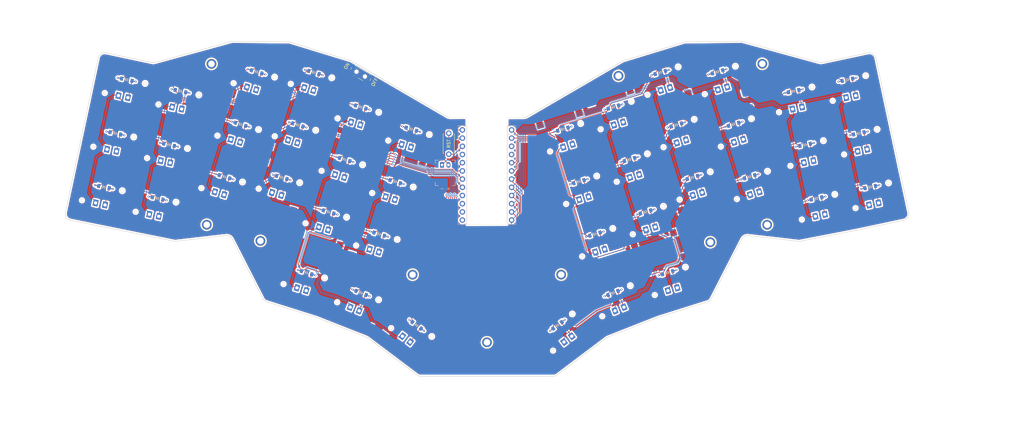
<source format=kicad_pcb>
(kicad_pcb (version 20240108) (generator "pcbnew") (generator_version "8.0")
  (title_block (title "main") (date "2025-06-21") (rev "v1.0.0") (company "Unknown"))
  (layers (0 "F.Cu" signal) (31 "B.Cu" signal) (34 "B.Paste" user) (35 "F.Paste" user) (36 "B.SilkS" user "B.Silkscreen") (37 "F.SilkS" user "F.Silkscreen") (38 "B.Mask" user) (39 "F.Mask" user) (44 "Edge.Cuts" user))
  (net 0 "")
  (net 1 "P4")
  (net 2 "outer_bottom")
  (net 3 "outer_home")
  (net 4 "outer_top")
  (net 5 "P5")
  (net 6 "pinky_bottom")
  (net 7 "pinky_home")
  (net 8 "pinky_top")
  (net 9 "P6")
  (net 10 "ring_bottom")
  (net 11 "ring_home")
  (net 12 "ring_top")
  (net 13 "P7")
  (net 14 "middle_bottom")
  (net 15 "middle_home")
  (net 16 "middle_top")
  (net 17 "P8")
  (net 18 "index_bottom")
  (net 19 "index_home")
  (net 20 "index_top")
  (net 21 "P9")
  (net 22 "inner_bottom")
  (net 23 "inner_home")
  (net 24 "inner_top")
  (net 25 "near_thumb")
  (net 26 "home_thumb")
  (net 27 "far_thumb")
  (net 28 "mirror_outer_bottom")
  (net 29 "mirror_outer_home")
  (net 30 "mirror_outer_top")
  (net 31 "mirror_pinky_bottom")
  (net 32 "mirror_pinky_home")
  (net 33 "mirror_pinky_top")
  (net 34 "mirror_ring_bottom")
  (net 35 "mirror_ring_home")
  (net 36 "mirror_ring_top")
  (net 37 "mirror_middle_bottom")
  (net 38 "mirror_middle_home")
  (net 39 "mirror_middle_top")
  (net 40 "mirror_index_bottom")
  (net 41 "mirror_index_home")
  (net 42 "mirror_index_top")
  (net 43 "mirror_inner_bottom")
  (net 44 "mirror_inner_home")
  (net 45 "mirror_inner_top")
  (net 46 "mirror_near_thumb")
  (net 47 "mirror_home_thumb")
  (net 48 "mirror_far_thumb")
  (net 49 "P19")
  (net 50 "P20")
  (net 51 "P21")
  (net 52 "P18")
  (net 53 "P2")
  (net 54 "P0")
  (net 55 "P1")
  (net 56 "P3")
  (net 57 "RAW")
  (net 58 "GND")
  (net 59 "RST")
  (net 60 "VCC")
  (net 61 "P15")
  (net 62 "P14")
  (net 63 "P16")
  (net 64 "P10")
  (net 65 "BAT_P")
  (footprint "pg1316sexportfootprint:CPG1316S01D02_mikeholscher" (layer "F.Cu") (at 256.028357 108.673845 17)
    (property "Reference" "CPG1316" (hide yes))
    (property "Value" "CPG1316S01D02_mikeholscher" (hide yes))
    (fp_circle (center -5.799999 2.750004) (end -5.300001 2.750002) (stroke (width 0.1)) (fill none) (layer "Edge.Cuts"))
    (fp_circle (center 5.799999 -2.750004) (end 6.400001 -2.75) (stroke (width 0.1)) (fill none) (layer "Edge.Cuts"))
  )
  (footprint "pg1316sexportfootprint:CPG1316S01D02_mikeholscher" (layer "F.Cu") (at 119.55119 108.862643 -17)
    (property "Reference" "CPG1316" (hide yes))
    (property "Value" "CPG1316S01D02_mikeholscher" (hide yes))
    (fp_circle (center -5.799995 2.749997) (end -5.300001 2.750006) (stroke (width 0.1)) (fill none) (layer "Edge.Cuts"))
    (fp_circle (center 5.799995 -2.749997) (end 6.399993 -2.750002) (stroke (width 0.1)) (fill none) (layer "Edge.Cuts"))
  )
  (footprint "pg1316sexportfootprint:CPG1316S01D02_mikeholscher" (layer "F.Cu") (at 124.521511 92.605465 -17)
    (property "Reference" "CPG1316" (hide yes))
    (property "Value" "CPG1316S01D02_mikeholscher" (hide yes))
    (fp_circle (center -5.799995 2.749997) (end -5.300001 2.750006) (stroke (width 0.1)) (fill none) (layer "Edge.Cuts"))
    (fp_circle (center 5.799995 -2.749997) (end 6.399993 -2.750002) (stroke (width 0.1)) (fill none) (layer "Edge.Cuts"))
  )
  (footprint "TestPoint:TestPoint_Plated_Hole_D2.0mm" (layer "F.Cu") (at 92.159025 137.215351 -17)
    (property "Reference" "REF**" (hide yes))
    (property "Value" "TestPoint_Plated_Hole_D2.0mm" (hide yes))
  )
  (footprint "pg1316sexportfootprint:CPG1316S01D02_mikeholscher" (layer "F.Cu") (at 129.083811 135.827966 -17)
    (property "Reference" "CPG1316" (hide yes))
    (property "Value" "CPG1316S01D02_mikeholscher" (hide yes))
    (fp_circle (center -5.799995 2.749997) (end -5.300001 2.750006) (stroke (width 0.1)) (fill none) (layer "Edge.Cuts"))
    (fp_circle (center 5.799995 -2.749997) (end 6.399993 -2.750002) (stroke (width 0.1)) (fill none) (layer "Edge.Cuts"))
  )
  (footprint "ceoloide:diode_tht_sod123" (layer "F.Cu") (at 227.987274 133.245961 17)
    (property "Reference" "D34" (hide yes))
    (property "Value" "")
  )
  (footprint "ceoloide:diode_tht_sod123" (layer "F.Cu") (at 277.368892 112.436262 12)
    (property "Reference" "D26" (hide yes))
    (property "Value" "")
  )
  (footprint "pg1316sexportfootprint:CPG1316S01D02_mikeholscher" (layer "F.Cu") (at 233.338999 92.60547 17)
    (property "Reference" "CPG1316" (hide yes))
    (property "Value" "CPG1316S01D02_mikeholscher" (hide yes))
    (fp_circle (center -5.799999 2.750004) (end -5.300001 2.750002) (stroke (width 0.1)) (fill none) (layer "Edge.Cuts"))
    (fp_circle (center 5.799999 -2.750004) (end 6.400001 -2.75) (stroke (width 0.1)) (fill none) (layer "Edge.Cuts"))
  )
  (footprint "pg1316sexportfootprint:CPG1316S01D02_mikeholscher" (layer "F.Cu") (at 76.395752 131.705772 -12)
    (property "Reference" "CPG1316" (hide yes))
    (property "Value" "CPG1316S01D02_mikeholscher" (hide yes))
    (fp_circle (center -5.8 2.750002) (end -5.299997 2.750002) (stroke (width 0.1)) (fill none) (layer "Edge.Cuts"))
    (fp_circle (center 5.8 -2.750002) (end 6.399997 -2.75) (stroke (width 0.1)) (fill none) (layer "Edge.Cuts"))
  )
  (footprint "pg1316sexportfootprint:CPG1316S01D02_mikeholscher" (layer "F.Cu") (at 106.802476 92.416684 -17)
    (property "Reference" "CPG1316" (hide yes))
    (property "Value" "CPG1316S01D02_mikeholscher" (hide yes))
    (fp_circle (center -5.799995 2.749997) (end -5.300001 2.750006) (stroke (width 0.1)) (fill none) (layer "Edge.Cuts"))
    (fp_circle (center 5.799995 -2.749997) (end 6.399993 -2.750002) (stroke (width 0.1)) (fill none) (layer "Edge.Cuts"))
  )
  (footprint "ceoloide:diode_tht_sod123" (layer "F.Cu") (at 115.37028 122.537812 -17)
    (property "Reference" "D10" (hide yes))
    (property "Value" "")
  )
  (footprint "ceoloide:diode_tht_sod123" (layer "F.Cu") (at 255.23896 106.091823 17)
    (property "Reference" "D29" (hide yes))
    (property "Value" "")
  )
  (footprint "ceoloide:diode_tht_sod123" (layer "F.Cu") (at 280.903399 129.064773 12)
    (property "Reference" "D25" (hide yes))
    (property "Value" "")
  )
  (footprint "ceoloide:diode_tht_sod123" (layer "F.Cu") (at 145.545674 140.128881 -17)
    (property "Reference" "D16" (hide yes))
    (property "Value" "")
  )
  (footprint "pg1316sexportfootprint:CPG1316S01D02_mikeholscher" (layer "F.Cu") (at 228.776696 135.827983 17)
    (property "Reference" "CPG1316" (hide yes))
    (property "Value" "CPG1316S01D02_mikeholscher" (hide yes))
    (fp_circle (center -5.799999 2.750004) (end -5.300001 2.750002) (stroke (width 0.1)) (fill none) (layer "Edge.Cuts"))
    (fp_circle (center 5.799999 -2.750004) (end 6.400001 -2.75) (stroke (width 0.1)) (fill none) (layer "Edge.Cuts"))
  )
  (footprint "pg1316sexportfootprint:CPG1316S01D02_mikeholscher" (layer "F.Cu") (at 218.925297 160.860363 22)
    (property "Reference" "CPG1316" (hide yes))
    (property "Value" "CPG1316S01D02_mikeholscher" (hide yes))
    (fp_circle (center -5.800003 2.749996) (end -5.299998 2.749999) (stroke (width 0.1)) (fill none) (layer "Edge.Cuts"))
    (fp_circle (center 5.800003 -2.749996) (end 6.399995 -2.75) (stroke (width 0.1)) (fill none) (layer "Edge.Cuts"))
  )
  (footprint "ceoloide:diode_tht_sod123" (layer "F.Cu") (at 107.591873 89.834644 -17)
    (property "Reference" "D9" (hide yes))
    (property "Value" "")
  )
  (footprint "TestPoint:TestPoint_Plated_Hole_D2.0mm" (layer "F.Cu") (at 108.772841 142.216276)
    (property "Reference" "REF**" (hide yes))
    (property "Value" "TestPoint_Plated_Hole_D2.0mm" (hide yes))
  )
  (footprint "ceoloide:diode_tht_sod123" (layer "F.Cu") (at 67.397607 92.273257 -12)
    (property "Reference" "D3" (hide yes))
    (property "Value" "")
  )
  (footprint "TestPoint:TestPoint_Plated_Hole_D2.0mm" (layer "F.Cu") (at 248.041338 142.637303 17)
    (property "Reference" "REF**" (hide yes))
    (property "Value" "TestPoint_Plated_Hole_D2.0mm" (hide yes))
  )
  (footprint "pg1316sexportfootprint:CPG1316S01D02_mikeholscher" (layer "F.Cu") (at 154.696898 110.196545 -17)
    (property "Reference" "CPG1316" (hide yes))
    (property "Value" "CPG1316S01D02_mikeholscher" (hide yes))
    (fp_circle (center -5.799995 2.749997) (end -5.300001 2.750006) (stroke (width 0.1)) (fill none) (layer "Edge.Cuts"))
    (fp_circle (center 5.799995 -2.749997) (end 6.399993 -2.750002) (stroke (width 0.1)) (fill none) (layer "Edge.Cuts"))
  )
  (footprint "ceoloide:diode_tht_sod123" (layer "F.Cu") (at 63.863107 108.90177 -12)
    (property "Reference" "D2" (hide yes))
    (property "Value" "")
  )
  (footprint "ceoloide:diode_tht_sod123" (layer "F.Cu") (at 157.145898 168.387777 -37)
    (property "Reference" "D21" (hide yes))
    (property "Value" "")
  )
  (footprint "pg1316sexportfootprint:CPG1316S01D02_mikeholscher" (layer "F.Cu") (at 79.930269 115.077266 -12)
    (property "Reference" "CPG1316" (hide yes))
    (property "Value" "CPG1316S01D02_mikeholscher" (hide yes))
    (fp_circle (center -5.8 2.750002) (end -5.299997 2.750002) (stroke (width 0.1)) (fill none) (layer "Edge.Cuts"))
    (fp_circle (center 5.8 -2.750002) (end 6.399997 -2.75) (stroke (width 0.1)) (fill none) (layer "Edge.Cuts"))
  )
  (footprint "ceoloide:diode_tht_sod123" (layer "F.Cu") (at 223.016968 116.988773 17)
    (property "Reference" "D35" (hide yes))
    (property "Value" "")
  )
  (footprint "pg1316sexportfootprint:CPG1316S01D02_mikeholscher" (layer "F.Cu") (at 223.806376 119.570801 17)
    (property "Reference" "CPG1316" (hide yes))
    (property "Value" "CPG1316S01D02_mikeholscher" (hide yes))
    (fp_circle (center -5.799999 2.750004) (end -5.300001 2.750002) (stroke (width 0.1)) (fill none) (layer "Edge.Cuts"))
    (fp_circle (center 5.799999 -2.750004) (end 6.400001 -2.75) (stroke (width 0.1)) (fill none) (layer "Edge.Cuts"))
  )
  (footprint "ceoloide:diode_tht_sod123" (layer "F.Cu") (at 125.310901 90.023447 -17)
    (property "Reference" "D12" (hide yes))
    (property "Value" "")
  )
  (footprint "TestPoint:TestPoint_Plated_Hole_D2.0mm" (layer "F.Cu") (at 265.630036 137.233756 17)
    (property "Reference" "REF**" (hide yes))
    (property "Value" "TestPoint_Plated_Hole_D2.0mm" (hide yes))
  )
  (footprint "pg1316sexportfootprint:CPG1316S01D02_mikeholscher" (layer "F.Cu") (at 155.521 170.544082 -37)
    (property "Reference" "CPG1316" (hide yes))
    (property "Value" "CPG1316S01D02_mikeholscher" (hide yes))
    (fp_circle (center -5.799995 2.749999) (end -5.300004 2.749995) (stroke (width 0.1)) (fill none) (layer "Edge.Cuts"))
    (fp_circle (center 5.799995 -2.749999) (end 6.400005 -2.750003) (stroke (width 0.1)) (fill none) (layer "Edge.Cuts"))
  )
  (footprint "ceoloide:diode_tht_sod123" (layer "F.Cu") (at 293.997412 108.901765 12)
    (property "Reference" "D23" (hide yes))
    (property "Value" "")
  )
  (footprint "ceoloide:diode_tht_sod123" (layer "F.Cu") (at 232.5496 90.02345 17)
    (property "Reference" "D33" (hide yes))
    (property "Value" "")
  )
  (footprint "ceoloide:battery_connector_jst_ph_2" (layer "F.Cu") (at 165.974993 118.675004)
    (property "Reference" "JST1" (hide yes))
    (property "Value" "")
  )
  (footprint "ceoloide:diode_tht_sod123" (layer "F.Cu") (at 76.957121 129.064785 -12)
    (property "Reference" "D4" (hide yes))
    (property "Value" "")
  )
  (footprint "ceoloide:diode_tht_sod123" (layer "F.Cu") (at 218.046642 100.731595 17)
    (property "Reference" "D36" (hide yes))
    (property "Value" "")
  )
  (footprint "ceoloide:diode_tht_sod123" (layer "F.Cu") (at 217.913866 158.356977 22)
    (property "Reference" "D41" (hide yes))
    (property "Value" "")
  )
  (footprint "pg1316sexportfootprint:CPG1316S01D02_mikeholscher" (layer "F.Cu") (at 63.301733 111.542763 -12)
    (property "Reference" "CPG1316" (hide yes))
    (property "Value" "CPG1316S01D02_mikeholscher" (hide yes))
    (fp_circle (center -5.8 2.750002) (end -5.299997 2.750002) (stroke (width 0.1)) (fill none) (layer "Edge.Cuts"))
    (fp_circle (center 5.8 -2.750002) (end 6.399997 -2.75) (stroke (width 0.1)) (fill none) (layer "Edge.Cuts"))
  )
  (footprint "pg1316sexportfootprint:CPG1316S01D02_mikeholscher" (layer "F.Cu") (at 101.832154 108.673848 -17)
    (property "Reference" "CPG1316" (hide yes))
    (property "Value" "CPG1316S01D02_mikeholscher" (hide yes))
    (fp_circle (center -5.799995 2.749997) (end -5.300001 2.750006) (stroke (width 0.1)) (fill none) (layer "Edge.Cuts"))
    (fp_circle (center 5.799995 -2.749997) (end 6.399993 -2.750002) (stroke (width 0.1)) (fill none) (layer "Edge.Cuts"))
  )
  (footprint "pg1316sexportfootprint:CPG1316S01D02_mikeholscher" (layer "F.Cu") (at 203.163626 110.19655 17)
    (property "Reference" "CPG1316" (hide yes))
    (property "Value" "CPG1316S01D02_mikeholscher" (hide yes))
    (fp_circle (center -5.799999 2.750004) (end -5.300001 2.750002) (stroke (width 0.1)) (fill none) (layer "Edge.Cuts"))
    (fp_circle (center 5.799999 -2.750004) (end 6.400001 -2.75) (stroke (width 0.1)) (fill none) (layer "Edge.Cuts"))
  )
  (footprint "pg1316sexportfootprint:CPG1316S01D02_mikeholscher" (layer "F.Cu") (at 243.279641 125.119825 17)
    (property "Reference" "CPG1316" (hide yes))
    (property "Value" "CPG1316S01D02_mikeholscher" (hide yes))
    (fp_circle (center -5.799999 2.750004) (end -5.300001 2.750002) (stroke (width 0.1)) (fill none) (layer "Edge.Cuts"))
    (fp_circle (center 5.799999 -2.750004) (end 6.400001 -2.75) (stroke (width 0.1)) (fill none) (layer "Edge.Cuts"))
  )
  (footprint "pg1316sexportfootprint:CPG1316S01D02_mikeholscher" (layer "F.Cu") (at 213.104251 142.710921 17)
    (property "Reference" "CPG1316" (hide yes))
    (property "Value" "CPG1316S01D02_mikeholscher" (hide yes))
    (fp_circle (center -5.799999 2.750004) (end -5.300001 2.750002) (stroke (width 0.1)) (fill none) (layer "Edge.Cuts"))
    (fp_circle (center 5.799999 -2.750004) (end 6.400001 -2.75) (stroke (width 0.1)) (fill none) (layer "Edge.Cuts"))
  )
  (footprint "pg1316sexportfootprint:CPG1316S01D02_mikeholscher" (layer "F.Cu") (at 238.309322 108.862649 17)
    (property "Reference" "CPG1316" (hide yes))
    (property "Value" "CPG1316S01D02_mikeholscher" (hide yes))
    (fp_circle (center -5.799999 2.750004) (end -5.300001 2.750002) (stroke (width 0.1)) (fill none) (layer "Edge.Cuts"))
    (fp_circle (center 5.799999 -2.750004) (end 6.400001 -2.75) (stroke (width 0.1)) (fill none) (layer "Edge.Cuts"))
  )
  (footprint "ceoloide:diode_tht_sod123" (layer "F.Cu") (at 134.843559 116.98878 -17)
    (property "Reference" "D14" (hide yes))
    (property "Value" "")
  )
  (footprint "TestPoint:TestPoint_Plated_Hole_D2.0mm" (layer "F.Cu") (at 219.6 91.075)
    (property "Reference" "REF**" (hide yes))
    (property "Value" "TestPoint_Plated_Hole_D2.0mm" (hide yes))
  )
  (footprint "ceoloide:diode_tht_sod123" (layer "F.Cu") (at 200.714613 168.387773 37)
    (property "Reference" "D42" (hide yes))
    (property "Value" "")
  )
  (footprint "ceoloide:diode_tht_sod123" (layer "F.Cu") (at 250.268643 89.834652 17)
    (property "Reference" "D30" (hide yes))
    (property "Value" "")
  )
  (footprint "ceoloide:diode_tht_sod123" (layer "F.Cu") (at 297.531915 125.530282 12)
    (property "Reference" "D22" (hide yes))
    (property "Value" "")
  )
  (footprint "ceoloide:diode_tht_sod123" (layer "F.Cu") (at 97.651237 122.349004 -17)
    (property "Reference" "D7" (hide yes))
    (property "Value" "")
  )
  (footprint "pg1316sexportfootprint:CPG1316S01D02_mikeholscher" (layer "F.Cu") (at 291.024267 94.914266 12)
    (property "Reference" "CPG1316" (hide yes))
    (property "Value" "CPG1316S01D02_mikeholscher" (hide yes))
    (fp_circle (center -5.8 2.75) (end -5.300005 2.749999) (stroke (width 0.1)) (fill none) (layer "Edge.Cuts"))
    (fp_circle (center 5.8 -2.75) (end 6.400001 -2.75) (stroke (width 0.1)) (fill none) (layer "Edge.Cuts"))
  )
  (footprint "pg1316sexportfootprint:CPG1316S01D02_mikeholscher" (layer "F.Cu") (at 281.46474 131.705766 12)
    (property "Reference" "CPG1316" (hide yes))
    (property "Value" "CPG1316S01D02_mikeholscher" (hide yes))
    (fp_circle (center -5.8 2.75) (end -5.300005 2.749999) (stroke (width 0.1)) (fill none) (layer "Edge.Cuts"))
    (fp_circle (center 5.8 -2.75) (end 6.400001 -2.75) (stroke (width 0.1)) (fill none) (layer "Edge.Cuts"))
  )
  (footprint "ceoloide:diode_tht_sod123" (layer "F.Cu") (at 260.20928 122.349008 17)
    (property "Reference" "D28" (hide yes))
    (property "Value" "")
  )
  (footprint "ceoloide:diode_tht_sod123" (layer "F.Cu") (at 242.490241 122.537803 17)
    (property "Reference" "D31" (hide yes))
    (property "Value" "")
  )
  (footprint "pg1316sexportfootprint:CPG1316S01D02_mikeholscher" (layer "F.Cu") (at 122.280081 154.661692 -17)
    (property "Reference" "CPG1316" (hide yes))
    (property "Value" "CPG1316S01D02_mikeholscher" (hide yes))
    (fp_circle (center -5.799995 2.749997) (end -5.300001 2.750006) (stroke (width 0.1)) (fill none) (layer "Edge.Cuts"))
    (fp_circle (center 5.799995 -2.749997) (end 6.399993 -2.750002) (stroke (width 0.1)) (fill none) (layer "Edge.Cuts"))
  )
  (footprint "ceoloide:diode_tht_sod123" (layer "F.Cu") (at 84.026117 95.807759 -12)
    (property "Reference" "D6" (hide yes))
    (property "Value" "")
  )
  (footprint "pg1316sexportfootprint:CPG1316S01D02_mikeholscher" (layer "F.Cu") (at 218.836056 103.31362 17)
    (property "Reference" "CPG1316" (hide yes))
    (property "Value" "CPG1316S01D02_mikeholscher" (hide yes))
    (fp_circle (center -5.799999 2.750004) (end -5.300001 2.750002) (stroke (width 0.1)) (fill none) (layer "Edge.Cuts"))
    (fp_circle (center 5.799999 -2.750004) (end 6.400001 -2.75) (stroke (width 0.1)) (fill none) (layer "Edge.Cuts"))
  )
  (footprint "ceoloide:diode_tht_sod123" (layer "F.Cu") (at 212.314846 140.12888 17)
    (property "Reference" "D37" (hide yes))
    (property "Value" "")
  )
  (footprint "pg1316sexportfootprint:CPG1316S01D02_mikeholscher" (layer "F.Cu") (at 294.558751 111.542762 12)
    (property "Reference" "CPG1316" (hide yes))
    (property "Value" "CPG1316S01D02_mikeholscher" (hide yes))
    (fp_circle (center -5.8 2.75) (end -5.300005 2.749999) (stroke (width 0.1)) (fill none) (layer "Edge.Cuts"))
    (fp_circle (center 5.8 -2.75) (end 6.400001 -2.75) (stroke (width 0.1)) (fill none) (layer "Edge.Cuts"))
  )
  (footprint "pg1316sexportfootprint:CPG1316S01D02_mikeholscher" (layer "F.Cu") (at 144.756254 142.710911 -17)
    (property "Reference" "CPG1316" (hide yes))
    (property "Value" "CPG1316S01D02_mikeholscher" (hide yes))
    (fp_circle (center -5.799995 2.749997) (end -5.300001 2.750006) (stroke (width 0.1)) (fill none) (layer "Edge.Cuts"))
    (fp_circle (center 5.799995 -2.749997) (end 6.399993 -2.750002) (stroke (width 0.1)) (fill none) (layer "Edge.Cuts"))
  )
  (footprint "pg1316sexportfootprint:CPG1316S01D02_mikeholscher" (layer "F.Cu") (at 134.054146 119.57081 -17)
    (property "Reference" "CPG1316" (hide yes))
    (property "Value" "CPG1316S01D02_mikeholscher" (hide yes))
    (fp_circle (center -5.799995 2.749997) (end -5.300001 2.750006) (stroke (width 0.1)) (fill none) (layer "Edge.Cuts"))
    (fp_circle (center 5.799995 -2.749997) (end 6.399993 -2.750002) (stroke (width 0.1)) (fill none) (layer "Edge.Cuts"))
  )
  (footprint "ceoloide:diode_tht_sod123" (layer "F.Cu") (at 234.791018 152.079677 17)
    (property "Reference" "D40" (hide yes))
    (property "Value" "")
  )
  (footprint "pg1316sexportfootprint:CPG1316S01D02_mikeholscher" (layer "F.Cu") (at 96.861832 124.931051 -17)
    (property "Reference" "CPG1316" (hide yes))
    (property "Value" "CPG1316S01D02_mikeholscher" (hide yes))
    (fp_circle (center -5.799995 2.749997) (end -5.300001 2.750006) (stroke (width 0.1)) (fill none) (layer "Edge.Cuts"))
    (fp_circle (center 5.799995 -2.749997) (end 6.399993 -2.750002) (stroke (width 0.1)) (fill none) (layer "Edge.Cuts"))
  )
  (footprint "ceoloide:diode_tht_sod123" (layer "F.Cu") (at 80.491614 112.436276 -12)
    (property "Reference" "D5" (hide yes))
    (property "Value" "")
  )
  (footprint "pg1316sexportfootprint:CPG1316S01D02_mikeholscher" (layer "F.Cu") (at 235.580426 154.66169 17)
    (property "Reference" "CPG1316" (hide yes))
    (property "Value" "CPG1316S01D02_mikeholscher" (hide yes))
    (fp_circle (center -5.799999 2.750004) (end -5.300001 2.750002) (stroke (width 0.1)) (fill none) (layer "Edge.Cuts"))
    (fp_circle (center 5.799999 -2.750004) (end 6.400001 -2.75) (stroke (width 0.1)) (fill none) (layer "Edge.Cuts"))
  )
  (footprint "pg1316sexportfootprint:CPG1316S01D02_mikeholscher" (layer "F.Cu") (at 277.930257 115.077269 12)
    (property "Reference" "CPG1316" (hide yes))
    (property "Value" "CPG1316S01D02_mikeholscher" (hide yes))
    (fp_circle (center -5.8 2.75) (end -5.300005 2.749999) (stroke (width 0.1)) (fill none) (layer "Edge.Cuts"))
    (fp_circle (center 5.8 -2.75) (end 6.400001 -2.75) (stroke (width 0.1)) (fill none) (layer "Edge.Cuts"))
  )
  (footprint "ceoloide:diode_tht_sod123" (layer "F.Cu") (at 123.069488 152.079682 -17)
    (property "Reference" "D19" (hide yes))
    (property "Value" "")
  )
  (footprint "pg1316sexportfootprint:CPG1316S01D02_mikeholscher" (layer "F.Cu") (at 66.836239 94.914262 -12)
    (property "Reference" "CPG1316" (hide yes))
    (property "Value" "CPG1316S01D02_mikeholscher" (hide yes))
    (fp_circle (center -5.8 2.750002) (end -5.299997 2.750002) (stroke (width 0.1)) (fill none) (layer "Edge.Cuts"))
    (fp_circle (center 5.8 -2.750002) (end 6.399997 -2.75) (stroke (width 0.1)) (fill none) (layer "Edge.Cuts"))
  )
  (footprint "pg1316sexportfootprint:CPG1316S01D02_mikeholscher" (layer "F.Cu") (at 83.464756 98.448747 -12)
    (property "Reference" "CPG1316" (hide yes))
    (property "Value" "CPG1316S01D02_mikeholscher" (hide yes))
    (fp_circle (center -5.8 2.750002) (end -5.299997 2.750002) (stroke (width 0.1)) (fill none) (layer "Edge.Cuts"))
    (fp_circle (center 5.8 -2.750002) (end 6.399997 -2.75) (stroke (width 0.1)) (fill none) (layer "Edge.Cuts"))
  )
  (footprint "ceoloide:diode_tht_sod123" (layer "F.Cu") (at 207.344529 123.871709 17)
    (property "Reference" "D38" (hide yes))
    (property "Value" "")
  )
  (footprint "pg1316sexportfootprint:CPG1316S01D02_mikeholscher" (layer "F.Cu") (at 138.935216 160.860369 -22)
    (property "Reference" "CPG1316" (hide yes))
    (property "Value" "CPG1316S01D02_mikeholscher" (hide yes))
    (fp_circle (center -5.800002 2.750001) (end -5.3 2.749999) (stroke (width 0.1)) (fill none) (layer "Edge.Cuts"))
    (fp_circle (center 5.800002 -2.750001) (end 6.400001 -2.749999) (stroke (width 0.1)) (fill none) (layer "Edge.Cuts"))
  )
  (footprint "ceoloide:reset_switch_tht_top" (layer "F.Cu") (at 167.074997 112.099999 -90)
    (property "Reference" "RST1" (hide yes))
    (property "Value" "")
  )
  (footprint "pg1316sexportfootprint:CPG1316S01D02_mikeholscher" (layer "F.Cu") (at 208.13393 126.45372 17)
    (property "Reference" "CPG1316" (hide yes))
    (property "Value" "CPG1316S01D02_mikeholscher" (hide yes))
    (fp_circle (center -5.799999 2.750004) (end -5.300001 2.750002) (stroke (width 0.1)) (fill none) (layer "Edge.Cuts"))
    (fp_circle (center 5.799999 -2.750004) (end 6.400001 -2.75) (stroke (width 0.1)) (fill none) (layer "Edge.Cuts"))
  )
  (footprint "TestPoint:TestPoint_Plated_Hole_D2.0mm" (layer "F.Cu") (at 93.622789 87.365094 -17)
    (property "Reference" "REF**" (hide yes))
    (property "Value" "TestPoint_Plated_Hole_D2.0mm" (hide yes))
  )
  (footprint "pg1316sexportfootprint:CPG1316S01D02_mikeholscher" (layer "F.Cu") (at 260.998666 124.93105 17)
    (property "Reference" "CPG1316" (hide yes))
    (property "Value" "CPG1316S01D02_mikeholscher" (hide yes))
    (fp_circle (center -5.799999 2.750004) (end -5.300001 2.750002) (stroke (width 0.1)) (fill none) (layer "Edge.Cuts"))
    (fp_circle (center 5.799999 -2.750004) (end 6.400001 -2.75) (stroke (width 0.1)) (fill none) (layer "Edge.Cuts"))
  )
  (footprint "pg1316sexportfootprint:CPG1316S01D02_mikeholscher" (layer "F.Cu") (at 149.726581 126.45373 -17)
    (property "Reference" "CPG1316" (hide yes))
    (property "Value" "CPG1316S01D02_mikeholscher" (hide yes))
    (fp_circle (center -5.799995 2.749997) (end -5.300001 2.750006) (stroke (width 0.1)) (fill none) (layer "Edge.Cuts"))
    (fp_circle (center 5.799995 -2.749997) (end 6.399993 -2.750002) (stroke (width 0.1)) (fill none) (layer "Edge.Cuts"))
  )
  (footprint "ceoloide:diode_tht_sod123" (layer "F.Cu") (at 129.873231 133.245949 -17)
    (property "Reference" "D13" (hide yes))
    (property "Value" "")
  )
  (footprint "ceoloide:diode_tht_sod123" (layer "F.Cu") (at 202.374197 107.614526 17)
    (property "Reference" "D39" (hide yes))
    (property "Value" "")
  )
  (footprint "TestPoint:TestPoint_Plated_Hole_D2.0mm" (layer "F.Cu") (at 264.127746 87.342994 17)
    (property "Reference" "REF**" (hide yes))
    (property "Value" "TestPoint_Plated_Hole_D2.0mm" (hide yes))
  )
  (footprint "TestPoint:TestPoint_Plated_Hole_D2.0mm" (layer "F.Cu") (at 155.875 152.7)
    (property "Reference" "REF**" (hide yes))
    (property "Value" "TestPoint_Plated_Hole_D2.0mm" (hide yes))
  )
  (footprint "pg1316sexportfootprint:CPG1316S01D02_mikeholscher" (layer "F.Cu") (at 298.093257 128.171264 12)
    (property "Reference" "CPG1316" (hide yes))
    (property "Value" "CPG1316S01D02_mikeholscher" (hide yes))
    (fp_circle (center -5.8 2.75) (end -5.300005 2.749999) (stroke (width 0.1)) (fill none) (layer "Edge.Cuts"))
    (fp_circle (center 5.8 -2.75) (end 6.400001 -2.75) (stroke (width 0.1)) (fill none) (layer "Edge.Cuts"))
  )
  (footprint "ceoloide:power_switch_smd_side" (layer "F.Cu") (at 139.813461 90.546652 60)
    (property "Reference" "PWR1" (hide yes))
    (property "Value" "")
  )
  (footprint "TestPoint:TestPoint_Plated_Hole_D2.0mm" (layer "F.Cu") (at 178.9 173.65)
    (property "Reference" "REF**" (hide yes))
    (property "Value" "TestPoint_Plated_Hole_D2.0mm" (hide yes))
  )
  (footprint "ceoloide:diode_tht_sod123" (layer "F.Cu") (at 273.834407 95.807746 12)
    (property "Reference" "D27" (hide yes))
    (property "Value" "")
  )
  (footprint "pg1316sexportfootprint:CPG1316S01D02_mikeholscher" (layer "F.Cu") (at 139.024466 103.313633 -17)
    (property "Reference" "CPG1316" (hide yes))
    (property "Value" "CPG1316S01D02_mikeholscher" (hide yes))
    (fp_circle (center -5.799995 2.749997) (end -5.300001 2.750006) (stroke (width 0.1)) (fill none) (layer "Edge.Cuts"))
    (fp_circle (center 5.799995 -2.749997) (end 6.399993 -2.750002) (stroke (width 0.1)) (fill none) (layer "Edge.Cuts"))
  )
  (footprint "ceoloide:diode_tht_sod123" (layer "F.Cu") (at 139.813873 100.731589 -17)
    (property "Reference" "D15" (hide yes))
    (property "Value" "")
  )
  (footprint "ceoloide:diode_tht_sod123" (layer "F.Cu") (at 150.515987 123.871703 -17)
    (property "Reference" "D17" (hide yes))
    (property "Value" "")
  )
  (footprint "TestPoint:TestPoint_Plated_Hole_D2.0mm" (layer "F.Cu") (at 201.875 152.675)
    (property "Reference" "REF**" (hide yes))
    (property "Value" "TestPoint_Plated_Hole_D2.0mm" (hide yes))
  )
  (footprint "ceoloide:diode_tht_sod123" (layer "F.Cu") (at 102.621563 106.091836 -17)
    (property "Reference" "D8" (hide yes))
    (property "Value" "")
  )
  (footprint "ceoloide:diode_tht_sod123" (layer "F.Cu") (at 120.34059 106.280626 -17)
    (property "Reference" "D11" (hide yes))
    (property "Value" "")
  )
  (footprint "ceoloide:diode_tht_sod123" (layer "F.Cu") (at 237.519925 106.280627 17)
    (property "Reference" "D32" (hide yes))
    (property "Value" "")
  )
  (footprint "ceoloide:diode_tht_sod123" (layer "F.Cu") (at 60.328611 125.530275 -12)
    (property "Reference" "D1" (hide yes))
    (property "Value" "")
  )
  (footprint "pg1316sexportfootprint:CPG1316S01D02_mikeholscher" (layer "F.Cu") (at 251.058036 92.416672 17)
    (property "Reference" "CPG1316" (hide yes))
    (property "Value" "CPG1316S01D02_mikeholscher" (hide yes))
    (fp_circle (center -5.799999 2.750004) (end -5.300001 2.750002) (stroke (width 0.1)) (fill none) (layer "Edge.Cuts"))
    (fp_circle (center 5.799999 -2.750004) (end 6.400001 -2.75) (stroke (width 0.1)) (fill none) (layer "Edge.Cuts"))
  )
  (footprint "pg1316sexportfootprint:CPG1316S01D02_mikeholscher" (layer "F.Cu") (at 114.580863 125.11984 -17)
    (property "Reference" "CPG1316" (hide yes))
    (property "Value" "CPG1316S01D02_mikeholscher" (hide yes))
    (fp_circle (center -5.799995 2.749997) (end -5.300001 2.750006) (stroke (width 0.1)) (fill none) (layer "Edge.Cuts"))
    (fp_circle (center 5.799995 -2.749997) (end 6.399993 -2.750002) (stroke (width 0.1)) (fill none) (layer "Edge.Cuts"))
  )
  (footprint "ceoloide:diode_tht_sod123" (layer "F.Cu") (at 155.486304 107.614527 -17)
    (property "Reference" "D18" (hide yes))
    (property "Value" "")
  )
  (footprint "pg1316sexportfootprint:CPG1316S01D02_mikeholscher" (layer "F.Cu") (at 202.339509 170.544092 37)
    (property "Reference" "CPG1316" (hide yes))
    (property "Value" "CPG1316S01D02_mikeholscher" (hide yes))
    (fp_circle (center -5.799995 2.750001) (end -5.300002 2.749999) (stroke (width 0.1)) (fill none) (layer "Edge.Cuts"))
    (fp_circle (center 5.799995 -2.750001) (end 6.400004 -2.750001) (stroke (width 0.1)) (fill none) (layer "Edge.Cuts"))
  )
  (footprint "pg1316sexportfootprint:CPG1316S01D02_mikeholscher" (layer "F.Cu") (at 274.395765 98.448759 12)
    (property "Reference" "CPG1316" (hide yes))
    (property "Value" "CPG1316S01D02_mikeholscher" (hide yes))
    (fp_circle (center -5.8 2.75) (end -5.300005 2.749999) (stroke (width 0.1)) (fill none) (layer "Edge.Cuts"))
    (fp_circle (center 5.8 -2.75) (end 6.400001 -2.75) (stroke (width 0.1)) (fill none) (layer "Edge.Cuts"))
  )
  (footprint "ceoloide:diode_tht_sod123" (layer "F.Cu") (at 139.946648 158.356979 -22)
    (property "Reference" "D20" (hide yes))
    (property "Value" "")
  )
  (footprint "ceoloide:diode_tht_sod123" (layer "F.Cu") (at 290.462911 92.273264 12)
    (property "Reference" "D24" (hide yes))
    (property "Value" "")
  )
  (footprint "pg1316sexportfootprint:CPG1316S01D02_mikeholscher" (layer "F.Cu") (at 59.767246 128.171269 -12)
    (property "Reference" "CPG1316" (hide yes))
    (property "Value" "CPG1316S01D02_mikeholscher" (hide yes))
    (fp_circle (center -5.8 2.750002) (end -5.299997 2.750002) (stroke (width 0.1)) (fill none) (layer "Edge.Cuts"))
    (fp_circle (center 5.8 -2.750002) (end 6.399997 -2.75) (stroke (width 0.1)) (fill none) (layer "Edge.Cuts"))
  )
  (footprint "ceoloide:mcu_nice_nano" (layer "B.Cu") (at 178.904992 120.534997)
    (property "Reference" "MCU1" (hide yes))
    (property "Value" "")
  )
  (gr_arc (start 117.447982 80.593787) (mid 117.732833 80.617248) (end 118.01143 80.681071) (stroke (width 0.15)) (layer "Edge.Cuts"))
  (gr_line (start 82.024373 142.281781) (end 49.989174 135.785765) (stroke (width 0.15)) (layer "Edge.Cuts"))
  (gr_arc (start 58.614096 85.499037) (mid 59.481145 84.237547) (end 60.986227 83.958572) (stroke (width 0.15)) (layer "Edge.Cuts"))
  (gr_line (start 172.675001 104.000003) (end 172.550005 104.000001) (stroke (width 0.05)) (layer "Edge.Cuts"))
  (gr_arc (start 200.604836 183.746562) (mid 200.035808 184.045909) (end 199.401211 184.149293) (stroke (width 0.15)) (layer "Edge.Cuts"))
  (gr_line (start 100.296642 80.411039) (end 117.447982 80.593787) (stroke (width 0.15)) (layer "Edge.Cuts"))
  (gr_arc (start 82.65141 142.308456) (mid 82.336838 142.319881) (end 82.024373 142.281781) (stroke (width 0.15)) (layer "Edge.Cuts"))
  (gr_arc (start 220.797892 86.561182) (mid 221.003805 86.456596) (end 221.220395 86.376428) (stroke (width 0.15)) (layer "Edge.Cuts"))
  (gr_arc (start 309.434082 133.428267) (mid 309.155081 134.933337) (end 307.893595 135.800385) (stroke (width 0.15)) (layer "Edge.Cuts"))
  (gr_arc (start 126.038091 165.901566) (mid 126.104194 165.923692) (end 126.169485 165.948111) (stroke (width 0.15)) (layer "Edge.Cuts"))
  (gr_arc (start 141.564209 172.013238) (mid 141.808399 172.129061) (end 142.034731 172.27677) (stroke (width 0.15)) (layer "Edge.Cuts"))
  (gr_line (start 60.986227 83.958572) (end 75.183133 86.976209) (stroke (width 0.15)) (layer "Edge.Cuts"))
  (gr_arc (start 275.827789 142.286272) (mid 275.52383 142.321265) (end 275.218089 142.309506) (stroke (width 0.15)) (layer "Edge.Cuts"))
  (gr_arc (start 293.239207 138.915275) (mid 293.221377 138.918981) (end 293.203513 138.922524) (stroke (width 0.15)) (layer "Edge.Cuts"))
  (gr_line (start 185.100007 137.099998) (end 185.124995 104.050007) (stroke (width 0.05)) (layer "Edge.Cuts"))
  (gr_arc (start 136.640118 86.376416) (mid 136.856714 86.456579) (end 137.062617 86.561193) (stroke (width 0.15)) (layer "Edge.Cuts"))
  (gr_line (start 76.127097 86.948916) (end 99.747189 80.481928) (stroke (width 0.15)) (layer "Edge.Cuts"))
  (gr_arc (start 158.459306 184.149294) (mid 157.824704 184.045906) (end 157.255667 183.746559) (stroke (width 0.15)) (layer "Edge.Cuts"))
  (gr_line (start 307.893595 135.800385) (end 293.239207 138.915275) (stroke (width 0.15)) (layer "Edge.Cuts"))
  (gr_line (start 141.564209 172.013238) (end 126.169485 165.948111) (stroke (width 0.15)) (layer "Edge.Cuts"))
  (gr_arc (start 76.127097 86.948916) (mid 75.65675 87.01907) (end 75.183133 86.976209) (stroke (width 0.15)) (layer "Edge.Cuts"))
  (gr_line (start 98.085183 140.525087) (end 82.65141 142.308456) (stroke (width 0.15)) (layer "Edge.Cuts"))
  (gr_line (start 126.038091 165.901566) (end 110.73683 161.074411) (stroke (width 0.15)) (layer "Edge.Cuts"))
  (gr_arc (start 191.289902 103.763208) (mid 190.804336 103.966152) (end 190.282637 104.035373) (stroke (width 0.15)) (layer "Edge.Cuts"))
  (gr_line (start 258.113317 80.481918) (end 281.733413 86.948912) (stroke (width 0.15)) (layer "Edge.Cuts"))
  (gr_line (start 240.412517 80.593797) (end 257.563882 80.411052) (stroke (width 0.15)) (layer "Edge.Cuts"))
  (gr_line (start 257.765613 141.600204) (end 248.30211 160.078736) (stroke (width 0.15)) (layer "Edge.Cuts"))
  (gr_arc (start 49.989174 135.785765) (mid 48.714422 134.922797) (end 48.430355 133.409846) (stroke (width 0.15)) (layer "Edge.Cuts"))
  (gr_arc (start 282.677367 86.976209) (mid 282.203755 87.019119) (end 281.733413 86.948912) (stroke (width 0.15)) (layer "Edge.Cuts"))
  (gr_arc (start 110.73683 161.074411) (mid 110.04775 160.694781) (end 109.558404 160.078753) (stroke (width 0.15)) (layer "Edge.Cuts"))
  (gr_arc (start 248.30211 160.078736) (mid 247.812758 160.694767) (end 247.123689 161.074424) (stroke (width 0.15)) (layer "Edge.Cuts"))
  (gr_line (start 215.825776 172.276765) (end 200.604836 183.746562) (stroke (width 0.15)) (layer "Edge.Cuts"))
  (gr_line (start 167.57788 104.035356) (end 172.550005 104.000001) (stroke (width 0.05)) (layer "Edge.Cuts"))
  (gr_line (start 48.430355 133.409846) (end 58.614096 85.499037) (stroke (width 0.15)) (layer "Edge.Cuts"))
  (gr_line (start 247.123689 161.074424) (end 231.822416 165.901575) (stroke (width 0.15)) (layer "Edge.Cuts"))
  (gr_arc (start 167.57788 104.035356) (mid 167.05619 103.96613) (end 166.570625 103.763211) (stroke (width 0.15)) (layer "Edge.Cuts"))
  (gr_line (start 299.246411 85.499037) (end 309.434082 133.428267) (stroke (width 0.15)) (layer "Edge.Cuts"))
  (gr_line (start 118.01143 80.681071) (end 136.640118 86.376416) (stroke (width 0.15)) (layer "Edge.Cuts"))
  (gr_line (start 172.7 137.150003) (end 172.675001 104.000003) (stroke (width 0.05)) (layer "Edge.Cuts"))
  (gr_line (start 172.7 137.150003) (end 185.100007 137.099998) (stroke (width 0.05)) (layer "Edge.Cuts"))
  (gr_line (start 109.558404 160.078753) (end 100.094892 141.600199) (stroke (width 0.15)) (layer "Edge.Cuts"))
  (gr_arc (start 231.691032 165.948118) (mid 231.756316 165.923696) (end 231.822416 165.901575) (stroke (width 0.15)) (layer "Edge.Cuts"))
  (gr_line (start 282.677367 86.976209) (end 296.874294 83.958564) (stroke (width 0.15)) (layer "Edge.Cuts"))
  (gr_line (start 185.124995 104.050007) (end 190.282637 104.035373) (stroke (width 0.05)) (layer "Edge.Cuts"))
  (gr_line (start 231.691032 165.948118) (end 216.296308 172.013225) (stroke (width 0.15)) (layer "Edge.Cuts"))
  (gr_arc (start 215.825776 172.276765) (mid 216.052107 172.129043) (end 216.296308 172.013225) (stroke (width 0.15)) (layer "Edge.Cuts"))
  (gr_line (start 221.220395 86.376428) (end 239.849072 80.681075) (stroke (width 0.15)) (layer "Edge.Cuts"))
  (gr_line (start 137.062617 86.561193) (end 166.570625 103.763211) (stroke (width 0.15)) (layer "Edge.Cuts"))
  (gr_line (start 293.203513 138.922524) (end 275.827789 142.286272) (stroke (width 0.15)) (layer "Edge.Cuts"))
  (gr_line (start 275.218089 142.309506) (end 259.775336 140.525076) (stroke (width 0.15)) (layer "Edge.Cuts"))
  (gr_line (start 157.255667 183.746559) (end 142.034731 172.27677) (stroke (width 0.15)) (layer "Edge.Cuts"))
  (gr_arc (start 98.085183 140.525087) (mid 99.258164 140.748346) (end 100.094892 141.600199) (stroke (width 0.15)) (layer "Edge.Cuts"))
  (gr_line (start 191.289902 103.763208) (end 220.797892 86.561182) (stroke (width 0.15)) (layer "Edge.Cuts"))
  (gr_arc (start 296.874294 83.958564) (mid 298.379394 84.237525) (end 299.246411 85.499037) (stroke (width 0.15)) (layer "Edge.Cuts"))
  (gr_arc (start 257.765613 141.600204) (mid 258.602321 140.748303) (end 259.775336 140.525076) (stroke (width 0.15)) (layer "Edge.Cuts"))
  (gr_arc (start 257.563882 80.411052) (mid 257.841064 80.427379) (end 258.113317 80.481918) (stroke (width 0.15)) (layer "Edge.Cuts"))
  (gr_arc (start 99.747189 80.481928) (mid 100.019449 80.427366) (end 100.296642 80.411039) (stroke (width 0.15)) (layer "Edge.Cuts"))
  (gr_arc (start 239.849072 80.681075) (mid 240.127668 80.617256) (end 240.412517 80.593797) (stroke (width 0.15)) (layer "Edge.Cuts"))
  (gr_line (start 199.401211 184.149293) (end 158.459306 184.149294) (stroke (width 0.15)) (layer "Edge.Cuts"))
  (segment (start 169.000008 140.124998) (end 186.875009 140.125006) (width 0.2) (layer "F.Cu") (net 1))
  (segment (start 139.45067 116.0942) (end 139.981817 117.093144) (width 0.2) (layer "F.Cu") (net 1))
  (segment (start 189.799996 126.899993) (end 186.524993 123.625007) (width 0.2) (layer "F.Cu") (net 1))
  (segment (start 166.850014 137.974994) (end 169.000008 140.124998) (width 0.2) (layer "F.Cu") (net 1))
  (segment (start 108.852864 98.687675) (end 112.349166 96.828673) (width 0.2) (layer "F.Cu") (net 1))
  (segment (start 140.29856 113.320912) (end 139.45067 116.0942) (width 0.2) (layer "F.Cu") (net 1))
  (segment (start 128.712953 107.948877) (end 129.078115 108.635642) (width 0.2) (layer "F.Cu") (net 1))
  (segment (start 123.766655 98.646234) (end 126.024023 102.891735) (width 0.2) (layer "F.Cu") (net 1))
  (segment (start 82.102931 102.765834) (end 82.725609 102.361464) (width 0.2) (layer "F.Cu") (net 1))
  (segment (start 139.800604 112.384407) (end 140.29856 113.320912) (width 0.2) (layer "F.Cu") (net 1))
  (segment (start 83.292164 99.696022) (end 83.321821 99.676762) (width 0.2) (layer "F.Cu") (net 1))
  (segment (start 96.668205 98.812314) (end 100.560109 99.639554) (width 0.2) (layer "F.Cu") (net 1))
  (segment (start 166.850001 130.715685) (end 166.850014 137.974994) (width 0.2) (layer "F.Cu") (net 1))
  (segment (start 166.35 127.99) (end 166.35 130.215684) (width 0.2) (layer "F.Cu") (net 1))
  (segment (start 129.60467 105.032138) (end 128.712953 107.948877) (width 0.2) (layer "F.Cu") (net 1))
  (segment (start 117.513209 98.407473) (end 119.511082 97.345182) (width 0.2) (layer "F.Cu") (net 1))
  (segment (start 96.618028 98.796968) (end 96.668205 98.812314) (width 0.2) (layer "F.Cu") (net 1))
  (segment (start 82.725609 102.361464) (end 83.292164 99.696022) (width 0.2) (layer "F.Cu") (net 1))
  (segment (start 128.94075 103.783459) (end 129.60467 105.032138) (width 0.2) (layer "F.Cu") (net 1))
  (segment (start 186.875009 140.125006) (end 189.8 137.200007) (width 0.2) (layer "F.Cu") (net 1))
  (segment (start 92.609837 97.945005) (end 96.618028 98.796968) (width 0.2) (layer "F.Cu") (net 1))
  (segment (start 189.8 137.200007) (end 189.799996 126.899993) (width 0.2) (layer "F.Cu") (net 1))
  (segment (start 100.78292 99.494865) (end 104.692949 97.41586) (width 0.2) (layer "F.Cu") (net 1))
  (segment (start 129.078115 108.635642) (end 135.150638 110.492206) (width 0.2) (layer "F.Cu") (net 1))
  (segment (start 100.560109 99.639554) (end 100.78292 99.494865) (width 0.2) (layer "F.Cu") (net 1))
  (segment (start 126.024023 102.891735) (end 128.94075 103.783459) (width 0.2) (layer "F.Cu") (net 1))
  (segment (start 64.818046 97.19448) (end 66.247511 99.395665) (width 0.2) (layer "F.Cu") (net 1))
  (segment (start 144.646704 117.055361) (end 149.52386 118.546463) (width 0.2) (layer "F.Cu") (net 1))
  (segment (start 139.981817 117.093144) (end 142.898553 117.984863) (width 0.2) (layer "F.Cu") (net 1))
  (segment (start 166.35 130.215684) (end 166.850001 130.715685) (width 0.2) (layer "F.Cu") (net 1))
  (segment (start 135.150638 110.492206) (end 135.449415 111.054108) (width 0.2) (layer "F.Cu") (net 1))
  (segment (start 149.52386 118.546463) (end 149.586282 118.51327) (width 0.2) (layer "F.Cu") (net 1))
  (segment (start 142.898553 117.984863) (end 144.646704 117.055361) (width 0.2) (layer "F.Cu") (net 1))
  (segment (start 135.449415 111.054108) (end 139.800604 112.384407) (width 0.2) (layer "F.Cu") (net 1))
  (segment (start 89.881909 99.716545) (end 92.609837 97.945005) (width 0.2) (layer "F.Cu") (net 1))
  (segment (start 112.349166 96.828673) (end 117.513209 98.407473) (width 0.2) (layer "F.Cu") (net 1))
  (segment (start 84.893352 98.656199) (end 89.881909 99.716545) (width 0.2) (layer "F.Cu") (net 1))
  (segment (start 66.247511 99.395665) (end 82.102931 102.765834) (width 0.2) (layer "F.Cu") (net 1))
  (segment (start 119.511082 97.345182) (end 123.766655 98.646234) (width 0.2) (layer "F.Cu") (net 1))
  (segment (start 104.692949 97.41586) (end 108.852864 98.687675) (width 0.2) (layer "F.Cu") (net 1))
  (segment (start 83.321821 99.676762) (end 84.893352 98.656199) (width 0.2) (layer "F.Cu") (net 1))
  (via (at 166.35 127.99) (size 0.6) (drill 0.3) (layers "F.Cu" "B.Cu") (net 1))
  (via (at 149.586282 118.51327) (size 0.6) (drill 0.3) (layers "F.Cu" "B.Cu") (net 1))
  (segment (start 160.65 121.059221) (end 151.254645 118.186777) (width 0.2) (layer "B.Cu") (net 1))
  (segment (start 59.177351 110.579729) (end 61.782697 98.32254) (width 0.2) (layer "B.Cu") (net 1))
  (segment (start 63.83991 96.986572) (end 61.782697 98.32254) (width 0.2) (layer "B.Cu") (net 1))
  (segment (start 160.983101 121.496899) (end 160.823421 121.196579) (width 0.2) (layer "B.Cu") (net 1))
  (segment (start 150.255704 118.71792) (end 149.586282 118.51327) (width 0.2) (layer "B.Cu") (net 1))
  (segment (start 256.098587 92.804117) (end 257.582375 97.657366) (width 0.2) (layer "B.Cu") (net 1))
  (segment (start 296.198858 131.283134) (end 296.166186 131.290086) (width 0.2) (layer "B.Cu") (net 1))
  (segment (start 214.060629 99.042404) (end 226.540419 95.226966) (width 0.2) (layer "B.Cu") (net 1))
  (segment (start 192.849998 106.7) (end 213.31597 100.442939) (width 0.2) (layer "B.Cu") (net 1))
  (segment (start 61.283543 113.822989) (end 59.177351 110.579729) (width 0.2) (layer "B.Cu") (net 1))
  (segment (start 241.777013 95.640264) (end 244.287314 94.872791) (width 0.2) (layer "B.Cu") (net 1))
  (segment (start 58.043169 116.156146) (end 55.68336 127.258117) (width 0.2) (layer "B.Cu") (net 1))
  (segment (start 259.668704 98.018844) (end 262.912513 100.125399) (width 0.2) (layer "B.Cu") (net 1))
  (segment (start 160.823421 121.196579) (end 160.65 121.059221) (width 0.2) (layer "B.Cu") (net 1))
  (segment (start 187.175005 123.074999) (end 188.349998 121.9) (width 0.2) (layer "B.Cu") (net 1))
  (segment (start 188.349998 121.9) (end 188.349993 108.500003) (width 0.2) (layer "B.Cu") (net 1))
  (segment (start 297.177001 131.075223) (end 296.198859 131.283136) (width 0.2) (layer "B.Cu") (net 1))
  (segment (start 61.22712 114.088458) (end 58.043169 116.156146) (width 0.2) (layer "B.Cu") (net 1))
  (segment (start 166.35 127.722156) (end 167.38 126.692156) (width 0.2) (layer "B.Cu") (net 1))
  (segment (start 291.754788 116.055254) (end 292.093073 115.534339) (width 0.2) (layer "B.Cu") (net 1))
  (segment (start 293.642496 114.44672) (end 292.664365 114.654638) (width 0.2) (layer "B.Cu") (net 1))
  (segment (start 237.531513 93.382891) (end 241.777013 95.640264) (width 0.2) (layer "B.Cu") (net 1))
  (segment (start 188.349993 108.500003) (end 190.150007 106.699995) (width 0.2) (layer "B.Cu") (net 1))
  (segment (start 288.391188 96.703299) (end 290.108015 97.81822) (width 0.2) (layer "B.Cu") (net 1))
  (segment (start 290.108015 97.81822) (end 288.400635 100.447362) (width 0.2) (layer "B.Cu") (net 1))
  (segment (start 63.839922 96.986574) (end 63.83991 96.986572) (width 0.2) (layer "B.Cu") (net 1))
  (segment (start 161.61 121.996804) (end 160.983101 121.496899) (width 0.2) (layer "B.Cu") (net 1))
  (segment (start 257.582375 97.657366) (end 258.76862 98.288104) (width 0.2) (layer "B.Cu") (net 1))
  (segment (start 262.912513 100.125399) (end 267.460904 99.158612) (width 0.2) (layer "B.Cu") (net 1))
  (segment (start 291.221285 113.717499) (end 292.664365 114.654638) (width 0.2) (layer "B.Cu") (net 1))
  (segment (start 294.805178 130.406245) (end 291.754788 116.055254) (width 0.2) (layer "B.Cu") (net 1))
  (segment (start 167.38 126.692156) (end 167.38 122.58) (width 0.2) (layer "B.Cu") (net 1))
  (segment (start 227.005162 94.352886) (end 236.329135 91.50227) (width 0.2) (layer "B.Cu") (net 1))
  (segment (start 162.42 122.249882) (end 161.61 121.996804) (width 0.2) (layer "B.Cu") (net 1))
  (segment (start 258.76862 98.288104) (end 259.605072 98.032379) (width 0.2) (layer "B.Cu") (net 1))
  (segment (start 259.605072 98.032379) (end 259.668704 98.018844) (width 0.2) (layer "B.Cu") (net 1))
  (segment (start 226.540419 95.226966) (end 227.005162 94.352886) (width 0.2) (layer "B.Cu") (net 1))
  (segment (start 64.818046 97.19448) (end 63.839922 96.986574) (width 0.2) (layer "B.Cu") (net 1))
  (segment (start 244.287314 94.872791) (end 254.256792 91.824815) (width 0.2) (layer "B.Cu") (net 1))
  (segment (start 254.256792 91.824815) (end 256.098587 92.804117) (width 0.2) (layer "B.Cu") (net 1))
  (segment (start 166.35 127.99) (end 166.35 127.722156) (width 0.2) (layer "B.Cu") (net 1))
  (segment (start 190.150007 106.699995) (end 192.849998 106.7) (width 0.2) (layer "B.Cu") (net 1))
  (segment (start 269.773717 100.660567) (end 281.511487 98.16562) (width 0.2) (layer "B.Cu") (net 1))
  (segment (start 167.38 122.58) (end 167.049882 122.249882) (width 0.2) (layer "B.Cu") (net 1))
  (segment (start 236.329135 91.50227) (end 237.078336 91.900623) (width 0.2) (layer "B.Cu") (net 1))
  (segment (start 292.093073 115.534339) (end 292.664365 114.654638) (width 0.2) (layer "B.Cu") (net 1))
  (segment (start 167.049882 122.249882) (end 162.42 122.249882) (width 0.2) (layer "B.Cu") (net 1))
  (segment (start 291.221285 113.717499) (end 288.400635 100.447362) (width 0.2) (layer "B.Cu") (net 1))
  (segment (start 281.511487 98.16562) (end 288.391188 96.703299) (width 0.2) (layer "B.Cu") (net 1))
  (segment (start 296.166186 131.290086) (end 294.805178 130.406245) (width 0.2) (layer "B.Cu") (net 1))
  (segment (start 57.751058 130.442089) (end 55.68336 127.258117) (width 0.2) (layer "B.Cu") (net 1))
  (segment (start 213.31597 100.442939) (end 214.060629 99.042404) (width 0.2) (layer "B.Cu") (net 1))
  (segment (start 267.460904 99.158612) (end 269.773717 100.660567) (width 0.2) (layer "B.Cu") (net 1))
  (segment (start 151.254645 118.186777) (end 150.255704 118.71792) (width 0.2) (layer "B.Cu") (net 1))
  (segment (start 296.198859 131.283136) (end 296.198858 131.283134) (width 0.2) (layer "B.Cu") (net 1))
  (segment (start 237.078336 91.900623) (end 237.531513 93.382891) (width 0.2) (layer "B.Cu") (net 1))
  (segment (start 61.942559 125.873331) (end 63.116333 126.122834) (width 0.25) (layer "F.Cu") (net 2))
  (segment (start 60.683495 131.075222) (end 61.764637 125.988879) (width 0.2) (layer "F.Cu") (net 2))
  (via (at 63.116333 126.122834) (size 0.6) (drill 0.3) (layers "F.Cu" "B.Cu") (net 2))
  (segment (start 63.116333 126.122834) (end 61.942559 125.873331) (width 0.25) (layer "B.Cu") (net 2))
  (segment (start 64.21799 114.446723) (end 65.299128 109.360378) (width 0.2) (layer "F.Cu") (net 3))
  (segment (start 65.477043 109.244832) (end 66.650826 109.494317) (width 0.25) (layer "F.Cu") (net 3))
  (via (at 66.650826 109.494317) (size 0.6) (drill 0.3) (layers "F.Cu" "B.Cu") (net 3))
  (segment (start 66.650826 109.494317) (end 65.477043 109.244832) (width 0.25) (layer "B.Cu") (net 3))
  (segment (start 67.930424 97.70267) (end 69.01156 92.616317) (width 0.2) (layer "F.Cu") (net 4))
  (segment (start 69.011542 92.616305) (end 70.185323 92.865814) (width 0.25) (layer "F.Cu") (net 4))
  (via (at 70.185323 92.865814) (size 0.6) (drill 0.3) (layers "F.Cu" "B.Cu") (net 4))
  (segment (start 70.185323 92.865814) (end 69.011542 92.616305) (width 0.25) (layer "B.Cu") (net 4))
  (segment (start 129.297388 107.918416) (end 129.463365 108.230588) (width 0.2) (layer "F.Cu") (net 5))
  (segment (start 139.924867 116.082316) (end 140.256834 116.706656) (width 0.2) (layer "F.Cu") (net 5))
  (segment (start 167.275003 130.350003) (end 167.274998 130.549999) (width 0.2) (layer "F.Cu") (net 5))
  (segment (start 118.596195 95.549225) (end 119.226934 96.735462) (width 0.2) (layer "F.Cu") (net 5))
  (segment (start 148.125328 117.648323) (end 148.624805 117.382742) (width 0.2) (layer "F.Cu") (net 5))
  (segment (start 129.355241 103.282771) (end 130.218356 104.90606) (width 0.2) (layer "F.Cu") (net 5))
  (segment (start 166.98 128.5) (end 166.98 130.055) (width 0.2) (layer "F.Cu") (net 5))
  (segment (start 167.275006 137.825003) (end 167.275005 130.575008) (width 0.2) (layer "F.Cu") (net 5))
  (segment (start 140.009218 111.87307) (end 140.772749 113.309042) (width 0.2) (layer "F.Cu") (net 5))
  (segment (start 166.98 130.055) (end 167.275003 130.350003) (width 0.2) (layer "F.Cu") (net 5))
  (segment (start 189.325005 137.074993) (end 186.699994 139.7) (width 0.2) (layer "F.Cu") (net 5))
  (segment (start 140.772749 113.309042) (end 139.924867 116.082316) (width 0.2) (layer "F.Cu") (net 5))
  (segment (start 100.365482 99.184567) (end 100.606313 99.028167) (width 0.2) (layer "F.Cu") (net 5))
  (segment (start 148.624805 117.382742) (end 149.820191 117.748213) (width 0.2) (layer "F.Cu") (net 5))
  (segment (start 140.256834 116.706656) (end 142.791042 117.481438) (width 0.2) (layer "F.Cu") (net 5))
  (segment (start 89.862302 99.252321) (end 92.530937 97.5193) (width 0.2) (layer "F.Cu") (net 5))
  (segment (start 144.53918 116.551931) (end 148.125328 117.648323) (width 0.2) (layer "F.Cu") (net 5))
  (segment (start 84.742372 98.164046) (end 81.551271 100.236374) (width 0.2) (layer "F.Cu") (net 5))
  (segment (start 189.324998 128.475006) (end 189.325005 137.074993) (width 0.2) (layer "F.Cu") (net 5))
  (segment (start 115.440396 94.584393) (end 118.596195 95.549225) (width 0.2) (layer "F.Cu") (net 5))
  (segment (start 186.525 125.674999) (end 189.324998 128.475006) (width 0.2) (layer "F.Cu") (net 5))
  (segment (start 124.295361 98.285028) (end 126.486339 102.405663) (width 0.2) (layer "F.Cu") (net 5))
  (segment (start 167.274998 130.549999) (end 167.275003 130.55) (width 0.2) (layer "F.Cu") (net 5))
  (segment (start 130.218356 104.90606) (end 129.297388 107.918416) (width 0.2) (layer "F.Cu") (net 5))
  (segment (start 100.606313 99.028167) (end 104.710289 96.846042) (width 0.2) (layer "F.Cu") (net 5))
  (segment (start 104.710289 96.846042) (end 108.822417 98.103239) (width 0.2) (layer "F.Cu") (net 5))
  (segment (start 108.822417 98.103239) (end 115.440396 94.584393) (width 0.2) (layer "F.Cu") (net 5))
  (segment (start 92.530937 97.5193) (end 100.365482 99.184567) (width 0.2) (layer "F.Cu") (net 5))
  (segment (start 142.791042 117.481438) (end 144.53918 116.551931) (width 0.2) (layer "F.Cu") (net 5))
  (segment (start 119.226934 96.735462) (end 124.295361 98.285028) (width 0.2) (layer "F.Cu") (net 5))
  (segment (start 135.944927 110.630483) (end 140.009218 111.87307) (width 0.2) (layer "F.Cu") (net 5))
  (segment (start 167.275005 130.575008) (end 167.274998 130.549999) (width 0.2) (layer "F.Cu") (net 5))
  (segment (start 135.679354 110.131005) (end 135.944927 110.630483) (width 0.2) (layer "F.Cu") (net 5))
  (segment (start 169.149993 139.700003) (end 167.275006 137.825003) (width 0.2) (layer "F.Cu") (net 5))
  (segment (start 129.463365 108.230588) (end 135.679354 110.131005) (width 0.2) (layer "F.Cu") (net 5))
  (segment (start 84.742372 98.164046) (end 89.862302 99.252321) (width 0.2) (layer "F.Cu") (net 5))
  (segment (start 186.699994 139.7) (end 169.149993 139.700003) (width 0.2) (layer "F.Cu") (net 5))
  (segment (start 126.486339 102.405663) (end 129.355241 103.282771) (width 0.2) (layer "F.Cu") (net 5))
  (via (at 166.98 128.5) (size 0.6) (drill 0.3) (layers "F.Cu" "B.Cu") (net 5))
  (via (at 149.820191 117.748213) (size 0.6) (drill 0.3) (layers "F.Cu" "B.Cu") (net 5))
  (segment (start 160.93 120.726544) (end 161.155814 120.904186) (width 0.2) (layer "B.Cu") (net 5))
  (segment (start 80.336863 100.493102) (end 81.446568 100.728976) (width 0.2) (layer "B.Cu") (net 5))
  (segment (start 262.86974 100.645654) (end 267.369215 99.689268) (width 0.2) (layer "B.Cu") (net 5))
  (segment (start 167.812157 122.372157) (end 167.24 121.8) (width 0.2) (layer "B.Cu") (net 5))
  (segment (start 167.24 121.8) (end 162.54 121.8) (width 0.2) (layer "B.Cu") (net 5))
  (segment (start 74.377567 133.986) (end 72.598712 131.246798) (width 0.2) (layer "B.Cu") (net 5))
  (segment (start 161.30508 121.18492) (end 161.155814 120.904186) (width 0.2) (layer "B.Cu") (net 5))
  (segment (start 188.825006 108.675006) (end 190.349999 107.150003) (width 0.2) (layer "B.Cu") (net 5))
  (segment (start 259.634757 98.544829) (end 262.86974 100.645654) (width 0.2) (layer "B.Cu") (net 5))
  (segment (start 272.210803 105.15202) (end 274.813151 117.395101) (width 0.2) (layer "B.Cu") (net 5))
  (segment (start 80.00027 100.421565) (end 79.281651 100.888234) (width 0.2) (layer "B.Cu") (net 5))
  (segment (start 161.30508 121.18492) (end 161.77 121.575044) (width 0.2) (layer "B.Cu") (net 5))
  (segment (start 77.912082 117.357491) (end 75.172871 119.136352) (width 0.2) (layer "B.Cu") (net 5))
  (segment (start 160.93 120.726544) (end 150.989074 117.687311) (width 0.2) (layer "B.Cu") (net 5))
  (segment (start 231.877743 93.359887) (end 236.276741 92.014977) (width 0.2) (layer "B.Cu") (net 5))
  (segment (start 166.98 128.5) (end 166.98 127.68) (width 0.2) (layer "B.Cu") (net 5))
  (segment (start 76.306518 114.88514) (end 77.912082 117.357491) (width 0.2) (layer "B.Cu") (net 5))
  (segment (start 236.776217 92.28055) (end 237.200162 93.667194) (width 0.2) (layer "B.Cu") (net 5))
  (segment (start 162.16 121.694277) (end 161.77 121.575044) (width 0.2) (layer "B.Cu") (net 5))
  (segment (start 167.812157 126.847843) (end 167.812157 122.372157) (width 0.2) (layer "B.Cu") (net 5))
  (segment (start 166.98 127.68) (end 167.812157 126.847843) (width 0.2) (layer "B.Cu") (net 5))
  (segment (start 150.989074 117.687311) (end 150.489605 117.952875) (width 0.2) (layer "B.Cu") (net 5))
  (segment (start 255.757946 93.143542) (end 257.234418 97.972872) (width 0.2) (layer "B.Cu") (net 5))
  (segment (start 269.696866 101.200845) (end 272.370539 100.632538) (width 0.2) (layer "B.Cu") (net 5))
  (segment (start 278.211999 133.858299) (end 275.166093 119.528429) (width 0.2) (layer "B.Cu") (net 5))
  (segment (start 186.525008 125.615004) (end 188.824996 123.315002) (width 0.2) (layer "B.Cu") (net 5))
  (segment (start 276.035851 118.189139) (end 276.03584 118.189132) (width 0.2) (layer "B.Cu") (net 5))
  (segment (start 193.068629 107.15001) (end 213.681123 100.848129) (width 0.2) (layer "B.Cu") (net 5))
  (segment (start 227.287486 94.763264) (end 231.877743 93.359887) (width 0.2) (layer "B.Cu") (net 5))
  (segment (start 79.281651 100.888234) (end 76.306518 114.88514) (width 0.2) (layer "B.Cu") (net 5))
  (segment (start 162.54 121.8) (end 162.16 121.694277) (width 0.2) (layer "B.Cu") (net 5))
  (segment (start 274.813151 117.395101) (end 276.03584 118.189132) (width 0.2) (layer "B.Cu") (net 5))
  (segment (start 80.336863 100.493102) (end 80.00027 100.421565) (width 0.2) (layer "B.Cu") (net 5))
  (segment (start 259.368224 98.601481) (end 259.634757 98.544829) (width 0.2) (layer "B.Cu") (net 5))
  (segment (start 278.239639 133.876245) (end 278.211999 133.858299) (width 0.2) (layer "B.Cu") (net 5))
  (segment (start 273.775072 102.743252) (end 272.210803 105.15202) (width 0.2) (layer "B.Cu") (net 5))
  (segment (start 241.789039 96.107151) (end 254.197097 92.313623) (width 0.2) (layer "B.Cu") (net 5))
  (segment (start 72.598712 131.246798) (end 75.172871 119.136352) (width 0.2) (layer "B.Cu") (net 5))
  (segment (start 279.659916 134.798591) (end 279.551299 134.728056) (width 0.2) (layer "B.Cu") (net 5))
  (segment (start 213.681123 100.848129) (end 214.438582 99.423556) (width 0.2) (layer "B.Cu") (net 5))
  (segment (start 272.370539 100.632538) (end 273.479504 101.352717) (width 0.2) (layer "B.Cu") (net 5))
  (segment (start 258.764047 98.786191) (end 259.368224 98.601481) (width 0.2) (layer "B.Cu") (net 5))
  (segment (start 273.479504 101.352717) (end 273.775072 102.743252) (width 0.2) (layer "B.Cu") (net 5))
  (segment (start 214.438582 99.423556) (end 226.822729 95.637346) (width 0.2) (layer "B.Cu") (net 5))
  (segment (start 226.822729 95.637346) (end 227.287486 94.763264) (width 0.2) (layer "B.Cu") (net 5))
  (segment (start 280.548488 134.609722) (end 279.659916 134.798591) (width 0.2) (layer "B.Cu") (net 5))
  (segment (start 188.825005 108.700008) (end 188.825006 108.675006) (width 0.2) (layer "B.Cu") (net 5))
  (segment (start 254.197097 92.313623) (end 255.757946 93.143542) (width 0.2) (layer "B.Cu") (net 5))
  (segment (start 236.276741 92.014977) (end 236.776217 92.28055) (width 0.2) (layer "B.Cu") (net 5))
  (segment (start 275.166093 119.528429) (end 276.03584 118.189132) (width 0.2) (layer "B.Cu") (net 5))
  (segment (start 257.234418 97.972872) (end 258.764047 98.786191) (width 0.2) (layer "B.Cu") (net 5))
  (segment (start 277.014002 117.98123) (end 276.035851 118.189139) (width 0.2) (layer "B.Cu") (net 5))
  (segment (start 279.551299 134.728056) (end 278.239639 133.876245) (width 0.2) (layer "B.Cu") (net 5))
  (segment (start 188.824996 123.315002) (end 188.825005 108.700008) (width 0.2) (layer "B.Cu") (net 5))
  (segment (start 267.369215 99.689268) (end 269.696866 101.200845) (width 0.2) (layer "B.Cu") (net 5))
  (segment (start 190.349999 107.150003) (end 193.068629 107.15001) (width 0.2) (layer "B.Cu") (net 5))
  (segment (start 237.200162 93.667194) (end 241.789039 96.107151) (width 0.2) (layer "B.Cu") (net 5))
  (segment (start 150.489605 117.952875) (end 149.820191 117.748213) (width 0.2) (layer "B.Cu") (net 5))
  (segment (start 77.312012 134.609732) (end 78.393146 129.523381) (width 0.2) (layer "F.Cu") (net 6))
  (segment (start 78.571078 129.407835) (end 79.744844 129.657329) (width 0.25) (layer "F.Cu") (net 6))
  (via (at 79.744844 129.657329) (size 0.6) (drill 0.3) (layers "F.Cu" "B.Cu") (net 6))
  (segment (start 79.744844 129.657329) (end 78.571078 129.407835) (width 0.25) (layer "B.Cu") (net 6))
  (segment (start 81.024422 117.865684) (end 82.105567 112.779331) (width 0.2) (layer "F.Cu") (net 7))
  (segment (start 82.105556 112.779328) (end 83.279338 113.028815) (width 0.25) (layer "F.Cu") (net 7))
  (via (at 83.279338 113.028815) (size 0.6) (drill 0.3) (layers "F.Cu" "B.Cu") (net 7))
  (segment (start 83.279338 113.028815) (end 82.105556 112.779328) (width 0.25) (layer "B.Cu") (net 7))
  (segment (start 85.640059 96.150814) (end 86.813843 96.400306) (width 0.25) (layer "F.Cu") (net 8))
  (via (at 86.813843 96.400306) (size 0.6) (drill 0.3) (layers "F.Cu" "B.Cu") (net 8))
  (segment (start 84.558936 101.23716) (end 85.640075 96.150817) (width 0.2) (layer "B.Cu") (net 8))
  (segment (start 86.813843 96.400306) (end 85.640059 96.150814) (width 0.25) (layer "B.Cu") (net 8))
  (segment (start 115.127008 94.07031) (end 119.095672 95.283638) (width 0.2) (layer "F.Cu") (net 9))
  (segment (start 134.49061 106.638695) (end 131.158548 105.619979) (width 0.2) (layer "F.Cu") (net 9))
  (segment (start 104.358385 95.280472) (end 104.952125 96.397131) (width 0.2) (layer "F.Cu") (net 9))
  (segment (start 148.858703 116.61772) (end 147.984629 117.08247) (width 0.2) (layer "F.Cu") (net 9))
  (segment (start 119.660018 96.345029) (end 124.537168 97.836123) (width 0.2) (layer "F.Cu") (net 9))
  (segment (start 167.875001 137.724997) (end 169.350006 139.200002) (width 0.2) (layer "F.Cu") (net 9))
  (segment (start 140.37986 111.515805) (end 136.444007 110.312505) (width 0.2) (layer "F.Cu") (net 9))
  (segment (start 188.900007 130.530005) (end 186.524995 128.155006) (width 0.2) (layer "F.Cu") (net 9))
  (segment (start 141.276176 113.201522) (end 140.37986 111.515805) (width 0.2) (layer "F.Cu") (net 9))
  (segment (start 129.692686 102.863109) (end 131.158548 105.619979) (width 0.2) (layer "F.Cu") (net 9))
  (segment (start 188.900006 136.850011) (end 188.900007 130.530005) (width 0.2) (layer "F.Cu") (net 9))
  (segment (start 119.095672 95.283638) (end 119.660018 96.345029) (width 0.2) (layer "F.Cu") (net 9))
  (segment (start 126.728157 101.956751) (end 129.692686 102.863109) (width 0.2) (layer "F.Cu") (net 9))
  (segment (start 167.59 129.990001) (end 167.874997 130.274998) (width 0.2) (layer "F.Cu") (net 9))
  (segment (start 143.284414 113.815502) (end 141.276176 113.201522) (width 0.2) (layer "F.Cu") (net 9))
  (segment (start 108.633889 97.522755) (end 115.127008 94.07031) (width 0.2) (layer "F.Cu") (net 9))
  (segment (start 167.874997 130.274998) (end 167.875001 137.724997) (width 0.2) (layer "F.Cu") (net 9))
  (segment (start 186.549997 139.199992) (end 188.900006 136.850011) (width 0.2) (layer "F.Cu") (net 9))
  (segment (start 147.984629 117.08247) (end 144.446297 116.000685) (width 0.2) (layer "F.Cu") (net 9))
  (segment (start 144.446297 116.000685) (end 143.284414 113.815502) (width 0.2) (layer "F.Cu") (net 9))
  (segment (start 150.054086 116.983172) (end 148.858703 116.61772) (width 0.2) (layer "F.Cu") (net 9))
  (segment (start 104.952125 96.397131) (end 108.633889 97.522755) (width 0.2) (layer "F.Cu") (net 9))
  (segment (start 169.350006 139.200002) (end 186.549997 139.199992) (width 0.2) (layer "F.Cu") (net 9))
  (segment (start 136.444007 110.312505) (end 134.49061 106.638695) (width 0.2) (layer "F.Cu") (net 9))
  (segment (start 167.59 127.96) (end 167.59 129.990001) (width 0.2) (layer "F.Cu") (net 9))
  (segment (start 124.537168 97.836123) (end 126.728157 101.956751) (width 0.2) (layer "F.Cu") (net 9))
  (via (at 150.054086 116.983172) (size 0.6) (drill 0.3) (layers "F.Cu" "B.Cu") (net 9))
  (via (at 167.59 127.96) (size 0.6) (drill 0.3) (layers "F.Cu" "B.Cu") (net 9))
  (segment (start 161.49433 120.57567) (end 161.643599 120.856401) (width 0.2) (layer "B.Cu") (net 9))
  (segment (start 162.05 121.225826) (end 162.58 121.387861) (width 0.2) (layer "B.Cu") (net 9))
  (segment (start 249.443252 95.681446) (end 248.982333 96.548311) (width 0.2) (layer "B.Cu") (net 9))
  (segment (start 161.31 120.424457) (end 161.49433 120.57567) (width 0.2) (layer "B.Cu") (net 9))
  (segment (start 236.868798 93.951503) (end 241.769857 96.557439) (width 0.2) (layer "B.Cu") (net 9))
  (segment (start 255.368691 111.646619) (end 254.174503 112.011715) (width 0.2) (layer "B.Cu") (net 9))
  (segment (start 254.174503 112.011715) (end 253.439711 113.39366) (width 0.2) (layer "B.Cu") (net 9))
  (segment (start 241.769857 96.557439) (end 248.643004 94.456093) (width 0.2) (layer "B.Cu") (net 9))
  (segment (start 250.398366 95.389439) (end 249.443252 95.681446) (width 0.2) (layer "B.Cu") (net 9))
  (segment (start 150.054086 116.983172) (end 161.31 120.424457) (width 0.2) (layer "B.Cu") (net 9))
  (segment (start 189.350008 108.750003) (end 190.549993 107.549991) (width 0.2) (layer "B.Cu") (net 9))
  (segment (start 257.728978 127.316875) (end 257.690153 127.296231) (width 0.2) (layer "B.Cu") (net 9))
  (segment (start 168.212157 122.191383) (end 168.212157 127.03) (width 0.2) (layer "B.Cu") (net 9))
  (segment (start 249.442054 95.681815) (end 249.442423 95.68301) (width 0.2) (layer "B.Cu") (net 9))
  (segment (start 236.868798 93.951503) (end 236.488714 92.708304) (width 0.2) (layer "B.Cu") (net 9))
  (segment (start 259.382712 128.196179) (end 259.382704 128.196174) (width 0.2) (layer "B.Cu") (net 9))
  (segment (start 168.212157 127.03) (end 167.59 127.652157) (width 0.2) (layer "B.Cu") (net 9))
  (segment (start 193.234316 107.550001) (end 214.016598 101.196211) (width 0.2) (layer "B.Cu") (net 9))
  (segment (start 101.382154 95.418824) (end 97.612955 107.74731) (width 0.2) (layer "B.Cu") (net 9))
  (segment (start 103.636932 94.219964) (end 103.636925 94.219951) (width 0.2) (layer "B.Cu") (net 9))
  (segment (start 190.549993 107.549991) (end 193.234316 107.550001) (width 0.2) (layer "B.Cu") (net 9))
  (segment (start 103.636925 94.219951) (end 101.382154 95.418824) (width 0.2) (layer "B.Cu") (net 9))
  (segment (start 255.368691 111.646619) (end 254.233349 111.993718) (width 0.2) (layer "B.Cu") (net 9))
  (segment (start 92.646782 124.760499) (end 96.400412 112.482934) (width 0.2) (layer "B.Cu") (net 9))
  (segment (start 248.982333 96.548311) (end 248.484389 97.48481) (width 0.2) (layer "B.Cu") (net 9))
  (segment (start 167.408635 121.387861) (end 168.212157 122.191383) (width 0.2) (layer "B.Cu") (net 9))
  (segment (start 188.049996 126.629996) (end 188.04999 124.974994) (width 0.2) (layer "B.Cu") (net 9))
  (segment (start 249.442423 95.68301) (end 248.982333 96.548311) (width 0.2) (layer "B.Cu") (net 9))
  (segment (start 227.586413 95.142442) (end 231.674613 93.89256) (width 0.2) (layer "B.Cu") (net 9))
  (segment (start 189.349999 108.849994) (end 189.350008 108.750003) (width 0.2) (layer "B.Cu") (net 9))
  (segment (start 99.622912 110.769504) (end 96.400412 112.482934) (width 0.2) (layer "B.Cu") (net 9))
  (segment (start 93.6963 126.734328) (end 93.696288 126.734313) (width 0.2) (layer "B.Cu") (net 9))
  (segment (start 188.04999 124.974994) (end 189.350005 123.674999) (width 0.2) (layer "B.Cu") (net 9))
  (segment (start 186.524995 128.155012) (end 188.049996 126.629996) (width 0.2) (layer "B.Cu") (net 9))
  (segment (start 214.728204 99.857867) (end 227.088459 96.078964) (width 0.2) (layer "B.Cu") (net 9))
  (segment (start 99.141646 110.622369) (end 97.612955 107.74731) (width 0.2) (layer "B.Cu") (net 9))
  (segment (start 189.350005 123.674999) (end 189.349999 108.849994) (width 0.2) (layer "B.Cu") (net 9))
  (segment (start 227.088459 96.078964) (end 227.586413 95.142442) (width 0.2) (layer "B.Cu") (net 9))
  (segment (start 214.016598 101.196211) (end 214.728204 99.857867) (width 0.2) (layer "B.Cu") (net 9))
  (segment (start 257.690153 127.296231) (end 253.439711 113.39366) (width 0.2) (layer "B.Cu") (net 9))
  (segment (start 248.643004 94.456093) (end 250.398366 95.389439) (width 0.2) (layer "B.Cu") (net 9))
  (segment (start 94.652587 127.02669) (end 93.6963 126.734328) (width 0.2) (layer "B.Cu") (net 9))
  (segment (start 231.674613 93.89256) (end 236.145338 92.525723) (width 0.2) (layer "B.Cu") (net 9))
  (segment (start 236.488714 92.708304) (end 236.145338 92.525723) (width 0.2) (layer "B.Cu") (net 9))
  (segment (start 260.339002 127.90381) (end 259.382712 128.196179) (width 0.2) (layer "B.Cu") (net 9))
  (segment (start 162.58 121.387861) (end 167.408635 121.387861) (width 0.2) (layer "B.Cu") (net 9))
  (segment (start 92.646782 124.760499) (end 93.696288 126.734313) (width 0.2) (layer "B.Cu") (net 9))
  (segment (start 248.484389 97.48481) (end 252.665305 111.159976) (width 0.2) (layer "B.Cu") (net 9))
  (segment (start 257.728978 127.316875) (end 259.382704 128.196174) (width 0.2) (layer "B.Cu") (net 9))
  (segment (start 104.593237 94.512333) (end 103.636932 94.219964) (width 0.2) (layer "B.Cu") (net 9))
  (segment (start 167.59 127.652157) (end 167.59 127.96) (width 0.2) (layer "B.Cu") (net 9))
  (segment (start 254.233349 111.993718) (end 252.665305 111.159976) (width 0.2) (layer "B.Cu") (net 9))
  (segment (start 161.643599 120.856401) (end 162.05 121.225826) (width 0.2) (layer "B.Cu") (net 9))
  (segment (start 99.229147 122.831428) (end 100.376718 123.182266) (width 0.25) (layer "F.Cu") (net 10))
  (segment (start 97.521505 127.903808) (end 99.041845 122.931001) (width 0.2) (layer "F.Cu") (net 10))
  (via (at 100.376718 123.182266) (size 0.6) (drill 0.3) (layers "F.Cu" "B.Cu") (net 10))
  (segment (start 100.376718 123.182266) (end 99.229147 122.831428) (width 0.25) (layer "B.Cu") (net 10))
  (segment (start 104.199464 106.57425) (end 105.347016 106.925101) (width 0.25) (layer "F.Cu") (net 11))
  (segment (start 102.491826 111.646618) (end 104.01216 106.673826) (width 0.2) (layer "F.Cu") (net 11))
  (via (at 105.347016 106.925101) (size 0.6) (drill 0.3) (layers "F.Cu" "B.Cu") (net 11))
  (segment (start 105.347016 106.925101) (end 104.199464 106.57425) (width 0.25) (layer "B.Cu") (net 11))
  (segment (start 107.462144 95.389444) (end 108.982485 90.416646) (width 0.2) (layer "F.Cu") (net 12))
  (segment (start 109.16976 90.317072) (end 110.317347 90.667917) (width 0.25) (layer "F.Cu") (net 12))
  (via (at 110.317347 90.667917) (size 0.6) (drill 0.3) (layers "F.Cu" "B.Cu") (net 12))
  (segment (start 110.317347 90.667917) (end 109.16976 90.317072) (width 0.25) (layer "B.Cu") (net 12))
  (segment (start 168.255 129.855) (end 168.375005 129.975004) (width 0.2) (layer "F.Cu") (net 13))
  (segment (start 134.727608 106.232401) (end 131.619626 105.282183) (width 0.2) (layer "F.Cu") (net 13))
  (segment (start 127.194412 101.628743) (end 124.937051 97.38324) (width 0.2) (layer "F.Cu") (net 13))
  (segment (start 168.21 128.49) (end 168.21 129.81) (width 0.2) (layer "F.Cu") (net 13))
  (segment (start 188.400006 132.569995) (end 186.524994 130.694997) (width 0.2) (layer "F.Cu") (net 13))
  (segment (start 136.686209 109.915984) (end 134.727608 106.232401) (width 0.2) (layer "F.Cu") (net 13))
  (segment (start 141.517983 112.752611) (end 140.654885 111.129329) (width 0.2) (layer "F.Cu") (net 13))
  (segment (start 168.21 129.81) (end 168.255 129.855) (width 0.2) (layer "F.Cu") (net 13))
  (segment (start 130.158976 102.535098) (end 127.194412 101.628743) (width 0.2) (layer "F.Cu") (net 13))
  (segment (start 148.901335 115.794192) (end 147.652669 116.458128) (width 0.2) (layer "F.Cu") (net 13))
  (segment (start 131.619626 105.282183) (end 130.158976 102.535098) (width 0.2) (layer "F.Cu") (net 13))
  (segment (start 147.652669 116.458128) (end 144.73593 115.566391) (width 0.2) (layer "F.Cu") (net 13))
  (segment (start 143.574042 113.38121) (end 141.517983 112.752611) (width 0.2) (layer "F.Cu") (net 13))
  (segment (start 144.73593 115.566391) (end 143.574042 113.38121) (width 0.2) (layer "F.Cu") (net 13))
  (segment (start 169.700003 138.800003) (end 186.350006 138.8) (width 0.2) (layer "F.Cu") (net 13))
  (segment (start 168.374997 137.47499) (end 169.700003 138.800003) (width 0.2) (layer "F.Cu") (net 13))
  (segment (start 150.335794 116.232743) (end 148.901335 115.794192) (width 0.2) (layer "F.Cu") (net 13))
  (segment (start 122.092042 96.513436) (end 121.880074 96.114775) (width 0.2) (layer "F.Cu") (net 13))
  (segment (start 140.654885 111.129329) (end 136.686209 109.915984) (width 0.2) (layer "F.Cu") (net 13))
  (segment (start 121.880074 96.114775) (end 122.312273 94.701114) (width 0.2) (layer "F.Cu") (net 13))
  (segment (start 188.400011 136.750002) (end 188.400006 132.569995) (width 0.2) (layer "F.Cu") (net 13))
  (segment (start 168.375005 129.975004) (end 168.374997 137.47499) (width 0.2) (layer "F.Cu") (net 13))
  (segment (start 124.937051 97.38324) (end 122.092042 96.513436) (width 0.2) (layer "F.Cu") (net 13))
  (segment (start 186.350006 138.8) (end 188.400011 136.750002) (width 0.2) (layer "F.Cu") (net 13))
  (via (at 168.21 128.49) (size 0.6) (drill 0.3) (layers "F.Cu" "B.Cu") (net 13))
  (via (at 150.28799 116.218127) (size 0.6) (drill 0.3) (layers "F.Cu" "B.Cu") (net 13))
  (segment (start 113.996515 111.449164) (end 115.803997 110.48809) (width 0.2) (layer "B.Cu") (net 13))
  (segment (start 230.55369 94.758106) (end 230.553688 94.758103) (width 0.2) (layer "B.Cu") (net 13))
  (segment (start 231.36655 94.509584) (end 230.55369 94.758106) (width 0.2) (layer "B.Cu") (net 13))
  (segment (start 190.799998 107.949997) (end 193.400011 107.949997) (width 0.2) (layer "B.Cu") (net 13))
  (segment (start 240.661449 127.861854) (end 239.974679 127.49669) (width 0.2) (layer "B.Cu") (net 13))
  (segment (start 215.089571 100.270221) (end 227.473716 96.48401) (width 0.2) (layer "B.Cu") (net 13))
  (segment (start 235.235456 154.238292) (end 235.779814 156.018803) (width 0.2) (layer "B.Cu") (net 13))
  (segment (start 119.037118 156.319375) (end 118.347212 155.021846) (width 0.2) (layer "B.Cu") (net 13))
  (segment (start 112.371628 127.215488) (end 112.056378 128.246607) (width 0.2) (layer "B.Cu") (net 13))
  (segment (start 118.347212 155.021846) (end 124.201009 135.874935) (width 0.2) (layer "B.Cu") (net 13))
  (segment (start 117.341953 110.958301) (end 116.385643 110.665928) (width 0.2) (layer "B.Cu") (net 13))
  (segment (start 122.258992 132.222572) (end 124.201009 135.874935) (width 0.2) (layer "B.Cu") (net 13))
  (segment (start 234.479118 151.764449) (end 235.235456 154.238292) (width 0.2) (layer "B.Cu") (net 13))
  (segment (start 168.21 127.614315) (end 168.612157 127.212159) (width 0.2) (layer "B.Cu") (net 13))
  (segment (start 239.571038 147.083042) (end 238.309552 149.455527) (width 0.2) (layer "B.Cu") (net 13))
  (segment (start 162.586049 120.96354) (end 162.58 120.969589) (width 0.2) (layer "B.Cu") (net 13))
  (segment (start 168.612157 122.025697) (end 167.55 120.96354) (width 0.2) (layer "B.Cu") (net 13))
  (segment (start 119.743162 95.266297) (end 115.889436 107.871257) (width 0.2) (layer "B.Cu") (net 13))
  (segment (start 167.55 120.96354) (end 162.586049 120.96354) (width 0.2) (layer "B.Cu") (net 13))
  (segment (start 235.201569 150.405732) (end 234.479118 151.764449) (width 0.2) (layer "B.Cu") (net 13))
  (segment (start 193.400011 107.949997) (end 200.586603 105.752836) (width 0.2) (layer "B.Cu") (net 13))
  (segment (start 119.743162 95.266297) (end 121.355971 94.408744) (width 0.2) (layer "B.Cu") (net 13))
  (segment (start 122.312272 94.701116) (end 121.355971 94.408744) (width 0.2) (layer "B.Cu") (net 13))
  (segment (start 117.341953 110.958301) (end 115.820468 108.096816) (width 0.2) (layer "B.Cu") (net 13))
  (segment (start 112.371628 127.215488) (end 110.342827 123.399874) (width 0.2) (layer "B.Cu") (net 13))
  (segment (start 242.619971 128.09259) (end 241.651991 128.388534) (width 0.2) (layer "B.Cu") (net 13))
  (segment (start 188.600003 127.024987) (end 188.599997 125.275006) (width 0.2) (layer "B.Cu") (net 13))
  (segment (start 122.258992 132.222572) (end 112.600322 129.269622) (width 0.2) (layer "B.Cu") (net 13))
  (segment (start 236.693347 112.127788) (end 237.64965 111.835418) (width 0.2) (layer "B.Cu") (net 13))
  (segment (start 189.849997 109.200001) (end 189.849997 108.899998) (width 0.2) (layer "B.Cu") (net 13))
  (segment (start 234.9928 111.223596) (end 236.693347 112.127788) (width 0.2) (layer "B.Cu") (net 13))
  (segment (start 116.385643 110.665928) (end 116.38564 110.665928) (width 0.2) (layer "B.Cu") (net 13))
  (segment (start 188.599997 125.275006) (end 189.84999 124.024996) (width 0.2) (layer "B.Cu") (net 13))
  (segment (start 237.64965 111.835418) (end 236.08577 114.776649) (width 0.2) (layer "B.Cu") (net 13))
  (segment (start 186.979999 130.694997) (end 188.025007 129.650002) (width 0.2) (layer "B.Cu") (net 13))
  (segment (start 112.056378 128.246607) (end 112.600322 129.269622) (width 0.2) (layer "B.Cu") (net 13))
  (segment (start 161.923408 120.516592) (end 161.784553 120.255447) (width 0.2) (layer "B.Cu") (net 13))
  (segment (start 120.070842 156.757344) (end 119.114524 156.464971) (width 0.2) (layer "B.Cu") (net 13))
  (segment (start 168.21 127.614315) (end 168.21 128.49) (width 0.2) (layer "B.Cu") (net 13))
  (segment (start 231.723033 95.870609) (end 230.818833 97.57116) (width 0.2) (layer "B.Cu") (net 13))
  (segment (start 238.309552 149.455527) (end 235.201569 150.405732) (width 0.2) (layer "B.Cu") (net 13))
  (segment (start 236.376882 136.635418) (end 239.571038 147.083042) (width 0.2) (layer "B.Cu") (net 13))
  (segment (start 227.473716 96.48401) (end 227.971654 95.547505) (width 0.2) (layer "B.Cu") (net 13))
  (segment (start 242.619971 128.09259) (end 240.589018 128.713517) (width 0.2) (layer "B.Cu") (net 13))
  (segment (start 200.586603 105.752836) (end 200.588456 105.749356) (width 0.2) (layer "B.Cu") (net 13))
  (segment (start 119.114533 156.464979) (end 119.037118 156.319375) (width 0.2) (layer "B.Cu") (net 13))
  (segment (start 189.849997 108.899998) (end 190.799998 107.949997) (width 0.2) (layer "B.Cu") (net 13))
  (segment (start 229.967654 94.937269) (end 230.553688 94.758103) (width 0.2) (layer "B.Cu") (net 13))
  (segment (start 236.376882 136.635418) (end 240.589018 128.713517) (width 0.2) (layer "B.Cu") (net 13))
  (segment (start 236.08577 114.776649) (end 239.974679 127.49669) (width 0.2) (layer "B.Cu") (net 13))
  (segment (start 119.114524 156.464971) (end 119.037118 156.319375) (width 0.2) (layer "B.Cu") (net 13))
  (segment (start 161.923408 120.516592) (end 162.4 120.914557) (width 0.2) (layer "B.Cu") (net 13))
  (segment (start 189.850009 109.000002) (end 189.849997 108.899998) (width 0.2) (layer "B.Cu") (net 13))
  (segment (start 230.818833 97.57116) (end 234.9928 111.223596) (width 0.2) (layer "B.Cu") (net 13))
  (segment (start 189.849997 109.200001) (end 189.850009 109.000002) (width 0.2) (layer "B.Cu") (net 13))
  (segment (start 231.36655 94.509584) (end 232.544017 95.135656) (width 0.2) (layer "B.Cu") (net 13))
  (segment (start 188.025007 129.650002) (end 188.025001 127.6) (width 0.2) (layer "B.Cu") (net 13))
  (segment (start 115.820468 108.096816) (end 115.889436 107.871257) (width 0.2) (layer "B.Cu") (net 13))
  (segment (start 235.779814 156.018803) (end 234.920756 157.634461) (width 0.2) (layer "B.Cu") (net 13))
  (segment (start 150.957396 116.422795) (end 150.28799 116.218127) (width 0.2) (layer "B.Cu") (net 13))
  (segment (start 161.57 120.08567) (end 161.784553 120.255447) (width 0.2) (layer "B.Cu") (net 13))
  (segment (start 189.84999 124.024996) (end 189.849997 109.200001) (width 0.2) (layer "B.Cu") (net 13))
  (segment (start 110.342827 123.399874) (end 113.996515 111.449164) (width 0.2) (layer "B.Cu") (net 13))
  (segment (start 241.663659 128.384967) (end 241.651982 128.388534) (width 0.2) (layer "B.Cu") (net 13))
  (segment (start 232.679334 95.578237) (end 231.723033 95.870609) (width 0.2) (layer "B.Cu") (net 13))
  (segment (start 227.971654 95.547505) (end 229.967654 94.937269) (width 0.2) (layer "B.Cu") (net 13))
  (segment (start 214.425635 101.518898) (end 215.089571 100.270221) (width 0.2) (layer "B.Cu") (net 13))
  (segment (start 188.025001 127.6) (end 188.600003 127.024987) (width 0.2) (layer "B.Cu") (net 13))
  (segment (start 241.651982 128.388534) (end 240.661449 127.861854) (width 0.2) (layer "B.Cu") (net 13))
  (segment (start 241.651991 128.388534) (end 240.661449 127.861854) (width 0.2) (layer "B.Cu") (net 13))
  (segment (start 168.612157 122.025697) (end 168.612157 127.212159) (width 0.2) (layer "B.Cu") (net 13))
  (segment (start 200.588456 105.749356) (end 214.425635 101.518898) (width 0.2) (layer "B.Cu") (net 13))
  (segment (start 162.58 120.969589) (end 162.4 120.914557) (width 0.2) (layer "B.Cu") (net 13))
  (segment (start 115.803997 110.48809) (end 116.38564 110.665928) (width 0.2) (layer "B.Cu") (net 13))
  (segment (start 161.57 120.08567) (end 151.222963 116.922262) (width 0.2) (layer "B.Cu") (net 13))
  (segment (start 151.222963 116.922262) (end 150.957396 116.422795) (width 0.2) (layer "B.Cu") (net 13))
  (segment (start 116.948188 123.020227) (end 118.095741 123.371063) (width 0.25) (layer "F.Cu") (net 14))
  (segment (start 115.427847 127.993003) (end 116.948179 123.020218) (width 0.2) (layer "F.Cu") (net 14))
  (via (at 118.095741 123.371063) (size 0.6) (drill 0.3) (layers "F.Cu" "B.Cu") (net 14))
  (segment (start 118.095741 123.371063) (end 116.948188 123.020227) (width 0.25) (layer "B.Cu") (net 14))
  (segment (start 120.398161 111.735825) (end 121.918489 106.763043) (width 0.2) (layer "F.Cu") (net 15))
  (segment (start 121.918492 106.763051) (end 123.066059 107.113887) (width 0.25) (layer "F.Cu") (net 15))
  (via (at 123.066059 107.113887) (size 0.6) (drill 0.3) (layers "F.Cu" "B.Cu") (net 15))
  (segment (start 123.066059 107.113887) (end 121.918492 106.763051) (width 0.25) (layer "B.Cu") (net 15))
  (segment (start 126.888816 90.505865) (end 128.036381 90.856705) (width 0.25) (layer "F.Cu") (net 16))
  (segment (start 125.368474 95.478645) (end 126.888802 90.505857) (width 0.2) (layer "F.Cu") (net 16))
  (via (at 128.036381 90.856705) (size 0.6) (drill 0.3) (layers "F.Cu" "B.Cu") (net 16))
  (segment (start 128.036381 90.856705) (end 126.888816 90.505865) (width 0.25) (layer "B.Cu") (net 16))
  (segment (start 168.84 129.74) (end 168.84 127.97) (width 0.2) (layer "F.Cu") (net 17))
  (segment (start 168.900001 129.800001) (end 168.900007 137.299994) (width 0.2) (layer "F.Cu") (net 17))
  (segment (start 188.000009 136.450001) (end 188.000006 134.709993) (width 0.2) (layer "F.Cu") (net 17))
  (segment (start 141.025514 110.772086) (end 141.921823 112.457801) (width 0.2) (layer "F.Cu") (net 17))
  (segment (start 136.083345 107.803142) (end 137.009049 109.544119) (width 0.2) (layer "F.Cu") (net 17))
  (segment (start 145.044135 115.242341) (end 147.387087 115.958652) (width 0.2) (layer "F.Cu") (net 17))
  (segment (start 186.05 138.399998) (end 188.000009 136.450001) (width 0.2) (layer "F.Cu") (net 17))
  (segment (start 170.000008 138.400003) (end 186.05 138.399998) (width 0.2) (layer "F.Cu") (net 17))
  (segment (start 143.882251 113.057159) (end 145.044135 115.242341) (width 0.2) (layer "F.Cu") (net 17))
  (segment (start 168.900007 137.299994) (end 170.000008 138.400003) (width 0.2) (layer "F.Cu") (net 17))
  (segment (start 150.201785 115.302941) (end 150.393051 115.361417) (width 0.2) (layer "F.Cu") (net 17))
  (segment (start 137.009049 109.544119) (end 141.025514 110.772086) (width 0.2) (layer "F.Cu") (net 17))
  (segment (start 168.900001 129.800001) (end 168.84 129.74) (width 0.2) (layer "F.Cu") (net 17))
  (segment (start 149.197668 114.995948) (end 150.345218 115.346792) (width 0.2) (layer "F.Cu") (net 17))
  (segment (start 136.815223 105.40928) (end 136.083345 107.803142) (width 0.2) (layer "F.Cu") (net 17))
  (segment (start 149.197668 114.995948) (end 150.201785 115.302941) (width 0.2) (layer "F.Cu") (net 17))
  (segment (start 141.921823 112.457801) (end 143.882251 113.057159) (width 0.2) (layer "F.Cu") (net 17))
  (segment (start 150.345218 115.346792) (end 150.58431 115.419894) (width 0.2) (layer "F.Cu") (net 17))
  (segment (start 147.387087 115.958652) (end 149.197668 114.995948) (width 0.2) (layer "F.Cu") (net 17))
  (segment (start 150.201785 115.302941) (end 150.345218 115.346792) (width 0.2) (layer "F.Cu") (net 17))
  (segment (start 188.000006 134.709993) (end 186.525 133.234998) (width 0.2) (layer "F.Cu") (net 17))
  (via (at 168.84 127.97) (size 0.6) (drill 0.3) (layers "F.Cu" "B.Cu") (net 17))
  (via (at 150.58431 115.419894) (size 0.6) (drill 0.3) (layers "F.Cu" "B.Cu") (net 17))
  (segment (start 125.094749 134.57626) (end 128.497537 123.446275) (width 0.2) (layer "B.Cu") (net 17))
  (segment (start 222.913732 122.614792) (end 220.19065 121.166904) (width 0.2) (layer "B.Cu") (net 17))
  (segment (start 221.731592 125.244548) (end 221.723911 125.219446) (width 0.2) (layer "B.Cu") (net 17))
  (segment (start 161.401311 119.615816) (end 161.401318 119.61582) (width 0.2) (layer "B.Cu") (net 17))
  (segment (start 226.38085 158.139997) (end 226.339765 158.156596) (width 0.2) (layer "B.Cu") (net 17))
  (segment (start 161.401318 119.61582) (end 161.930988 119.777754) (width 0.2) (layer "B.Cu") (net 17))
  (segment (start 193.549989 108.450006) (end 200.569007 106.304072) (width 0.2) (layer "B.Cu") (net 17))
  (segment (start 216.566755 109.313656) (end 218.176383 106.286379) (width 0.2) (layer "B.Cu") (net 17))
  (segment (start 131.844903 121.666443) (end 130.148064 118.475159) (width 0.2) (layer "B.Cu") (net 17))
  (segment (start 161.930988 119.777754) (end 162.050477 119.889523) (width 0.2) (layer "B.Cu") (net 17))
  (segment (start 227.160712 139.093125) (end 226.349845 138.66198) (width 0.2) (layer "B.Cu") (net 17))
  (segment (start 190.29999 109.15) (end 190.299992 109.150005) (width 0.2) (layer "B.Cu") (net 17))
  (segment (start 130.148064 118.475159) (end 133.916314 106.149792) (width 0.2) (layer "B.Cu") (net 17))
  (segment (start 151.674619 116.642075) (end 161.401311 119.615816) (width 0.2) (layer "B.Cu") (net 17))
  (segment (start 126.874567 137.923618) (end 123.495995 139.720039) (width 0.2) (layer "B.Cu") (net 17))
  (segment (start 215.625354 104.929981) (end 218.176383 106.286379) (width 0.2) (layer "B.Cu") (net 17))
  (segment (start 186.525015 133.235007) (end 187.465002 133.235) (width 0.2) (layer "B.Cu") (net 17))
  (segment (start 221.723911 125.219446) (end 223.146703 122.543564) (width 0.2) (layer "B.Cu") (net 17))
  (segment (start 238.083957 149.027795) (end 231.739539 150.967496) (width 0.2) (layer "B.Cu") (net 17))
  (segment (start 226.349845 138.66198) (end 227.160709 139.09313) (width 0.2) (layer "B.Cu") (net 17))
  (segment (start 162.74 120.56354) (end 167.79354 120.56354) (width 0.2) (layer "B.Cu") (net 17))
  (segment (start 126.874567 137.923618) (end 125.094749 134.57626) (width 0.2) (layer "B.Cu") (net 17))
  (segment (start 190.299992 109.150005) (end 191.000004 108.45) (width 0.2) (layer "B.Cu") (net 17))
  (segment (start 236.096635 139.753589) (end 237.044773 140.257726) (width 0.2) (layer "B.Cu") (net 17))
  (segment (start 230.363269 141.506459) (end 236.096635 139.753589) (width 0.2) (layer "B.Cu") (net 17))
  (segment (start 226.349845 138.66198) (end 225.733503 138.334264) (width 0.2) (layer "B.Cu") (net 17))
  (segment (start 189.250002 127.174993) (end 189.249996 125.474993) (width 0.2) (layer "B.Cu") (net 17))
  (segment (start 214.387876 102.079445) (end 214.824906 102.311818) (width 0.2) (layer "B.Cu") (net 17))
  (segment (start 162.463682 120.426318) (end 162.74 120.56354) (width 0.2) (layer "B.Cu") (net 17))
  (segment (start 228.668793 140.605492) (end 230.363269 141.506459) (width 0.2) (layer "B.Cu") (net 17))
  (segment (start 135.076464 105.532938) (end 135.85891 105.116906) (width 0.2) (layer "B.Cu") (net 17))
  (segment (start 218.783874 162.039318) (end 218.271503 163.246384) (width 0.2) (layer "B.Cu") (net 17))
  (segment (start 162.224046 120.215954) (end 162.463682 120.426318) (width 0.2) (layer "B.Cu") (net 17))
  (segment (start 228.348547 157.344997) (end 226.38085 158.139997) (width 0.2) (layer "B.Cu") (net 17))
  (segment (start 125.68422 151.203376) (end 121.715547 149.990029) (width 0.2) (layer "B.Cu") (net 17))
  (segment (start 168.84 127.559999) (end 169.049999 127.35) (width 0.2) (layer "B.Cu") (net 17))
  (segment (start 228.117023 138.800743) (end 228.668793 140.605492) (width 0.2) (layer "B.Cu") (net 17))
  (segment (start 169.049999 121.819999) (end 169.049999 127.35) (width 0.2) (layer "B.Cu") (net 17))
  (segment (start 200.569007 106.304072) (end 200.56926 106.304209) (width 0.2) (layer "B.Cu") (net 17))
  (segment (start 134.416264 160.759072) (end 135.970924 161.38719) (width 0.2) (layer "B.Cu") (net 17))
  (segment (start 187.465002 133.235) (end 188.524995 132.174998) (width 0.2) (layer "B.Cu") (net 17))
  (segment (start 191.000004 108.45) (end 193.549989 108.450006) (width 0.2) (layer "B.Cu") (net 17))
  (segment (start 151.492042 116.298684) (end 151.674619 116.642075) (width 0.2) (layer "B.Cu") (net 17))
  (segment (start 188.525 127.899998) (end 189.250002 127.174993) (width 0.2) (layer "B.Cu") (net 17))
  (segment (start 225.733503 138.334264) (end 221.731592 125.244548) (width 0.2) (layer "B.Cu") (net 17))
  (segment (start 216.566755 109.313656) (end 220.19065 121.166904) (width 0.2) (layer "B.Cu") (net 17))
  (segment (start 134.416264 160.759072) (end 132.144655 159.841288) (width 0.2) (layer "B.Cu") (net 17))
  (segment (start 168.84 127.97) (end 168.84 127.559999) (width 0.2) (layer "B.Cu") (net 17))
  (segment (start 131.844903 121.666443) (end 128.497537 123.446275) (width 0.2) (layer "B.Cu") (net 17))
  (segment (start 133.916314 106.149792) (end 135.076464 105.532938) (width 0.2) (layer "B.Cu") (net 17))
  (segment (start 136.815223 105.40928) (end 135.858899 105.116907) (width 0.2) (layer "B.Cu") (net 17))
  (segment (start 126.713307 153.138838) (end 125.68422 151.203376) (width 0.2) (layer "B.Cu") (net 17))
  (segment (start 167.79354 120.56354) (end 169.049999 121.819999) (width 0.2) (layer "B.Cu") (net 17))
  (segment (start 189.249996 125.474993) (end 190.300003 124.424999) (width 0.2) (layer "B.Cu") (net 17))
  (segment (start 214.824906 102.311818) (end 215.625354 104.929981) (width 0.2) (layer "B.Cu") (net 17))
  (segment (start 190.300003 124.424999) (end 190.29999 109.15) (width 0.2) (layer "B.Cu") (net 17))
  (segment (start 188.524995 132.174998) (end 188.525 127.899998) (width 0.2) (layer "B.Cu") (net 17))
  (segment (start 121.715547 149.990029) (end 120.85244 148.366763) (width 0.2) (layer "B.Cu") (net 17))
  (segment (start 226.339765 158.156596) (end 225.91455 159.158341) (width 0.2) (layer "B.Cu") (net 17))
  (segment (start 135.970924 161.38719) (end 136.551727 162.7555) (width 0.2) (layer "B.Cu") (net 17))
  (segment (start 237.044773 140.257726) (end 239.12656 147.066945) (width 0.2) (layer "B.Cu") (net 17))
  (segment (start 228.679126 138.628886) (end 227.160712 139.093125) (width 0.2) (layer "B.Cu") (net 17))
  (segment (start 127.475971 158.413928) (end 125.967763 155.577409) (width 0.2) (layer "B.Cu") (net 17))
  (segment (start 231.739539 150.967496) (end 228.348547 157.344997) (width 0.2) (layer "B.Cu") (net 17))
  (segment (start 150.58431 115.419894) (end 151.110288 115.580695) (width 0.2) (layer "B.Cu") (net 17))
  (segment (start 125.967763 155.577409) (end 126.713307 153.138838) (width 0.2) (layer "B.Cu") (net 17))
  (segment (start 239.12656 147.066945) (end 238.083957 149.027795) (width 0.2) (layer "B.Cu") (net 17))
  (segment (start 132.144655 159.841288) (end 127.475971 158.413928) (width 0.2) (layer "B.Cu") (net 17))
  (segment (start 227.160709 139.09313) (end 228.117023 138.800743) (width 0.2) (layer "B.Cu") (net 17))
  (segment (start 120.85244 148.366763) (end 123.495995 139.720039) (width 0.2) (layer "B.Cu") (net 17))
  (segment (start 225.91455 159.158341) (end 218.783874 162.039318) (width 0.2) (layer "B.Cu") (net 17))
  (segment (start 162.050477 119.889523) (end 162.224046 120.215954) (width 0.2) (layer "B.Cu") (net 17))
  (segment (start 200.56926 106.304209) (end 214.387876 102.079445) (width 0.2) (layer "B.Cu") (net 17))
  (segment (start 135.858899 105.116907) (end 135.076464 105.532938) (width 0.2) (layer "B.Cu") (net 17))
  (segment (start 151.110288 115.580695) (end 151.492042 116.298684) (width 0.2) (layer "B.Cu") (net 17))
  (segment (start 129.743482 138.800732) (end 131.263814 133.827957) (width 0.2) (layer "F.Cu") (net 18))
  (segment (start 131.451129 133.728376) (end 132.598684 134.079223) (width 0.25) (layer "F.Cu") (net 18))
  (via (at 132.598684 134.079223) (size 0.6) (drill 0.3) (layers "F.Cu" "B.Cu") (net 18))
  (segment (start 132.598684 134.079223) (end 131.451129 133.728376) (width 0.25) (layer "B.Cu") (net 18))
  (segment (start 134.713814 122.543562) (end 136.234151 117.57079) (width 0.2) (layer "F.Cu") (net 19))
  (segment (start 136.421441 117.47119) (end 137.569002 117.822031) (width 0.25) (layer "F.Cu") (net 19))
  (via (at 137.569002 117.822031) (size 0.6) (drill 0.3) (layers "F.Cu" "B.Cu") (net 19))
  (segment (start 137.569002 117.822031) (end 136.421441 117.47119) (width 0.25) (layer "B.Cu") (net 19))
  (segment (start 139.684145 106.286397) (end 141.204476 101.31359) (width 0.2) (layer "F.Cu") (net 20))
  (segment (start 141.391763 101.214013) (end 142.539325 101.56485) (width 0.25) (layer "F.Cu") (net 20))
  (via (at 142.539325 101.56485) (size 0.6) (drill 0.3) (layers "F.Cu" "B.Cu") (net 20))
  (segment (start 142.539325 101.56485) (end 141.391763 101.214013) (width 0.25) (layer "B.Cu") (net 20))
  (segment (start 186.525004 137.224996) (end 186.525007 135.774997) (width 0.2) (layer "F.Cu") (net 21))
  (segment (start 185.800002 137.950003) (end 186.525004 137.224996) (width 0.2) (layer "F.Cu") (net 21))
  (segment (start 169.450001 137.149996) (end 170.249994 137.950003) (width 0.2) (layer "F.Cu") (net 21))
  (segment (start 170.249994 137.950003) (end 185.800002 137.950003) (width 0.2) (layer "F.Cu") (net 21))
  (segment (start 169.449999 128.499997) (end 169.450001 137.149996) (width 0.2) (layer "F.Cu") (net 21))
  (via (at 169.449999 128.499997) (size 0.6) (drill 0.3) (layers "F.Cu" "B.Cu") (net 21))
  (segment (start 201.827758 110.957574) (end 198.496304 109.186212) (width 0.2) (layer "B.Cu") (net 21))
  (segment (start 126.46586 155.57283) (end 126.458564 155.596736) (width 0.2) (layer "B.Cu") (net 21))
  (segment (start 142.461705 145.085594) (end 140.581527 146.085306) (width 0.2) (layer "B.Cu") (net 21))
  (segment (start 236.710696 140.533116) (end 236.086351 140.201151) (width 0.2) (layer "B.Cu") (net 21))
  (segment (start 211.488276 145.976048) (end 209.912593 145.138251) (width 0.2) (layer "B.Cu") (net 21))
  (segment (start 200.722395 115.013765) (end 201.053933 114.390206) (width 0.2) (layer "B.Cu") (net 21))
  (segment (start 162.12 119.417266) (end 162.330283 119.549717) (width 0.2) (layer "B.Cu") (net 21))
  (segment (start 209.912593 145.138251) (end 205.972527 132.250838) (width 0.2) (layer "B.Cu") (net 21))
  (segment (start 203.041142 171.39458) (end 202.736361 173.563197) (width 0.2) (layer "B.Cu") (net 21))
  (segment (start 227.965842 157.048121) (end 231.359599 150.665361) (width 0.2) (layer "B.Cu") (net 21))
  (segment (start 147.517338 128.549376) (end 145.6423 129.546356) (width 0.2) (layer "B.Cu") (net 21))
  (segment (start 145.853701 125.42053) (end 147.517338 128.549376) (width 0.2) (layer "B.Cu") (net 21))
  (segment (start 151.139112 112.20838) (end 149.651187 112.999517) (width 0.2) (layer "B.Cu") (net 21))
  (segment (start 189.775016 125.825003) (end 189.774993 127.349991) (width 0.2) (layer "B.Cu") (net 21))
  (segment (start 134.604634 144.257977) (end 133.774717 142.697127) (width 0.2) (layer "B.Cu") (net 21))
  (segment (start 191.174997 108.900004) (end 190.849989 109.22501) (width 0.2) (layer "B.Cu") (net 21))
  (segment (start 189.774993 127.349991) (end 189.049998 128.075003) (width 0.2) (layer "B.Cu") (net 21))
  (segment (start 136.890881 161.30787) (end 141.776695 163.281864) (width 0.2) (layer "B.Cu") (net 21))
  (segment (start 132.247835 159.431941) (end 136.890881 161.30787) (width 0.2) (layer "B.Cu") (net 21))
  (segment (start 208.605211 167.201756) (end 203.041142 171.39458) (width 0.2) (layer "B.Cu") (net 21))
  (segment (start 190.849989 109.450001) (end 190.850004 110.049995) (width 0.2) (layer "B.Cu") (net 21))
  (segment (start 127.211411 153.13425) (end 126.46586 155.57283) (width 0.2) (layer "B.Cu") (net 21))
  (segment (start 211.488285 145.976053) (end 211.488276 145.976048) (width 0.2) (layer "B.Cu") (net 21))
  (segment (start 152.487651 112.292201) (end 151.531341 111.999826) (width 0.2) (layer "B.Cu") (net 21))
  (segment (start 236.086351 140.201151) (end 213.572593 147.084296) (width 0.2) (layer "B.Cu") (net 21))
  (segment (start 144.906831 167.828689) (end 150.530716 172.066588) (width 0.2) (layer "B.Cu") (net 21))
  (segment (start 212.44458 145.683684) (end 211.488285 145.976053) (width 0.2) (layer "B.Cu") (net 21))
  (segment (start 189.050001 133.250011) (end 186.525007 135.774998) (width 0.2) (layer "B.Cu") (net 21))
  (segment (start 149.651187 112.999517) (end 145.853701 125.42053) (width 0.2) (layer "B.Cu") (net 21))
  (segment (start 190.850004 124.750002) (end 189.775016 125.825003) (width 0.2) (layer "B.Cu") (net 21))
  (segment (start 193.850004 108.899998) (end 197.701453 107.722483) (width 0.2) (layer "B.Cu") (net 21))
  (segment (start 162.514265 119.895735) (end 162.695438 120.044562) (width 0.2) (layer "B.Cu") (net 21))
  (segment (start 162.695438 120.044562) (end 163 120.155099) (width 0.2) (layer "B.Cu") (net 21))
  (segment (start 162.514265 119.895735) (end 162.330283 119.549717) (width 0.2) (layer "B.Cu") (net 21))
  (segment (start 144.232408 130.29601) (end 140.800387 141.521633) (width 0.2) (layer "B.Cu") (net 21))
  (segment (start 212.736948 146.639977) (end 212.44458 145.683684) (width 0.2) (layer "B.Cu") (net 21))
  (segment (start 126.458564 155.596736) (end 127.769818 158.062879) (width 0.2) (layer "B.Cu") (net 21))
  (segment (start 121.315359 148.220712) (end 122.095481 149.687911) (width 0.2) (layer "B.Cu") (net 21))
  (segment (start 140.800387 141.521633) (end 142.547014 144.80656) (width 0.2) (layer "B.Cu") (net 21))
  (segment (start 126.016328 150.886647) (end 127.211411 153.13425) (width 0.2) (layer "B.Cu") (net 21))
  (segment (start 190.849989 109.22501) (end 190.849989 109.450001) (width 0.2) (layer "B.Cu") (net 21))
  (segment (start 141.776695 163.281864) (end 143.458284 167.24344) (width 0.2) (layer "B.Cu") (net 21))
  (segment (start 238.695601 147.02544) (end 236.710696 140.533116) (width 0.2) (layer "B.Cu") (net 21))
  (segment (start 217.610653 162.081913) (end 225.611086 158.849535) (width 0.2) (layer "B.Cu") (net 21))
  (segment (start 169.449998 121.529998) (end 168.075099 120.155099) (width 0.2) (layer "B.Cu") (net 21))
  (segment (start 151.531341 111.999826) (end 151.139112 112.20838) (width 0.2) (layer "B.Cu") (net 21))
  (segment (start 145.6423 129.546356) (end 144.232408 130.29601) (width 0.2) (layer "B.Cu") (net 21))
  (segment (start 205.972527 132.250838) (end 207.474262 129.426493) (width 0.2) (layer "B.Cu") (net 21))
  (segment (start 208.605211 167.201756) (end 212.843465 164.007995) (width 0.2) (layer "B.Cu") (net 21))
  (segment (start 168.075099 120.155099) (end 163 120.155099) (width 0.2) (layer "B.Cu") (net 21))
  (segment (start 207.474262 129.426493) (end 204.6735 127.937301) (width 0.2) (layer "B.Cu") (net 21))
  (segment (start 204.6735 127.937301) (end 200.722395 115.013765) (width 0.2) (layer "B.Cu") (net 21))
  (segment (start 151.567405 115.302184) (end 152.487651 112.292201) (width 0.2) (layer "B.Cu") (net 21))
  (segment (start 212.843465 164.007995) (end 217.610653 162.081913) (width 0.2) (layer "B.Cu") (net 21))
  (segment (start 152.131743 116.363551) (end 152.096655 116.297548) (width 0.2) (layer "B.Cu") (net 21))
  (segment (start 143.458284 167.24344) (end 144.906831 167.828689) (width 0.2) (layer "B.Cu") (net 21))
  (segment (start 152.728235 171.757751) (end 150.530716 172.066588) (width 0.2) (layer "B.Cu") (net 21))
  (segment (start 202.503953 113.169322) (end 201.827758 110.957574) (width 0.2) (layer "B.Cu") (net 21))
  (segment (start 190.850004 110.049995) (end 190.850004 124.750002) (width 0.2) (layer "B.Cu") (net 21))
  (segment (start 198.496304 109.186212) (end 198.116223 107.943017) (width 0.2) (layer "B.Cu") (net 21))
  (segment (start 231.359599 150.665361) (end 237.808558 148.693712) (width 0.2) (layer "B.Cu") (net 21))
  (segment (start 191.174997 108.900004) (end 193.850004 108.899998) (width 0.2) (layer "B.Cu") (net 21))
  (segment (start 226.046598 157.82354) (end 226.26448 157.735516) (width 0.2) (layer "B.Cu") (net 21))
  (segment (start 122.095481 149.687911) (end 126.016328 150.886647) (width 0.2) (layer "B.Cu") (net 21))
  (segment (start 169.449998 121.529998) (end 169.449999 128.499997) (width 0.2) (layer "B.Cu") (net 21))
  (segment (start 237.808558 148.693712) (end 238.695601 147.02544) (width 0.2) (layer "B.Cu") (net 21))
  (segment (start 198.116223 107.943017) (end 197.701453 107.722483) (width 0.2) (layer "B.Cu") (net 21))
  (segment (start 124.234508 139.780388) (end 123.830076 139.99543) (width 0.2) (layer "B.Cu") (net 21))
  (segment (start 152.096655 116.297548) (end 151.567405 115.302184) (width 0.2) (layer "B.Cu") (net 21))
  (segment (start 226.26448 157.735516) (end 227.965842 157.048121) (width 0.2) (layer "B.Cu") (net 21))
  (segment (start 189.049998 128.075003) (end 189.050001 133.250011) (width 0.2) (layer "B.Cu") (net 21))
  (segment (start 162.12 119.417266) (end 160.278775 118.854341) (width 0.2) (layer "B.Cu") (net 21))
  (segment (start 160.278775 118.854341) (end 152.131743 116.363551) (width 0.2) (layer "B.Cu") (net 21))
  (segment (start 121.315359 148.220712) (end 123.830076 139.99543) (width 0.2) (layer "B.Cu") (net 21))
  (segment (start 127.769818 158.062879) (end 132.247835 159.431941) (width 0.2) (layer "B.Cu") (net 21))
  (segment (start 213.572593 147.084296) (end 212.736948 146.639977) (width 0.2) (layer "B.Cu") (net 21))
  (segment (start 201.053933 114.390206) (end 201.547631 113.461697) (width 0.2) (layer "B.Cu") (net 21))
  (segment (start 201.547631 113.461697) (end 202.503953 113.169322) (width 0.2) (layer "B.Cu") (net 21))
  (segment (start 139.24271 145.675985) (end 140.581527 146.085306) (width 0.2) (layer "B.Cu") (net 21))
  (segment (start 133.774717 142.697127) (end 124.234508 139.780388) (width 0.2) (layer "B.Cu") (net 21))
  (segment (start 139.24271 145.675985) (end 134.604634 144.257977) (width 0.2) (layer "B.Cu") (net 21))
  (segment (start 225.611086 158.849535) (end 226.046598 157.82354) (width 0.2) (layer "B.Cu") (net 21))
  (segment (start 145.415934 145.68367) (end 146.936261 140.710896) (width 0.2) (layer "F.Cu") (net 22))
  (segment (start 147.12357 140.611299) (end 148.271135 140.962131) (width 0.25) (layer "F.Cu") (net 22))
  (via (at 148.271135 140.962131) (size 0.6) (drill 0.3) (layers "F.Cu" "B.Cu") (net 22))
  (segment (start 148.271135 140.962131) (end 147.12357 140.611299) (width 0.25) (layer "B.Cu") (net 22))
  (segment (start 152.093878 124.354126) (end 153.241453 124.704966) (width 0.25) (layer "F.Cu") (net 23))
  (segment (start 150.386254 129.426497) (end 151.90658 124.453705) (width 0.2) (layer "F.Cu") (net 23))
  (via (at 153.241453 124.704966) (size 0.6) (drill 0.3) (layers "F.Cu" "B.Cu") (net 23))
  (segment (start 153.241453 124.704966) (end 152.093878 124.354126) (width 0.25) (layer "B.Cu") (net 23))
  (segment (start 155.356574 113.169313) (end 156.876896 108.196524) (width 0.2) (layer "F.Cu") (net 24))
  (segment (start 157.064198 108.096935) (end 158.211771 108.447786) (width 0.25) (layer "F.Cu") (net 24))
  (via (at 158.211771 108.447786) (size 0.6) (drill 0.3) (layers "F.Cu" "B.Cu") (net 24))
  (segment (start 158.211771 108.447786) (end 157.064198 108.096935) (width 0.25) (layer "B.Cu") (net 24))
  (segment (start 124.647393 152.562093) (end 125.794953 152.91295) (width 0.25) (layer "F.Cu") (net 25))
  (segment (start 123.127053 157.534874) (end 124.647385 152.562096) (width 0.2) (layer "F.Cu") (net 25))
  (via (at 125.794953 152.91295) (size 0.6) (drill 0.3) (layers "F.Cu" "B.Cu") (net 25))
  (segment (start 125.794953 152.91295) (end 124.647393 152.562093) (width 0.25) (layer "B.Cu") (net 25))
  (segment (start 139.333288 163.879313) (end 141.281239 159.057957) (width 0.2) (layer "F.Cu") (net 26))
  (segment (start 141.476502 158.975074) (end 142.589114 159.424593) (width 0.25) (layer "F.Cu") (net 26))
  (via (at 142.589114 159.424593) (size 0.6) (drill 0.3) (layers "F.Cu" "B.Cu") (net 26))
  (segment (start 142.589114 159.424593) (end 141.476502 158.975074) (width 0.25) (layer "B.Cu") (net 26))
  (segment (start 158.463653 169.380772) (end 159.422015 170.102955) (width 0.25) (layer "F.Cu") (net 27))
  (segment (start 155.124143 173.563194) (end 158.253581 169.410282) (width 0.2) (layer "F.Cu") (net 27))
  (via (at 159.422015 170.102955) (size 0.6) (drill 0.3) (layers "F.Cu" "B.Cu") (net 27))
  (segment (start 159.422015 170.102955) (end 158.463653 169.380772) (width 0.25) (layer "B.Cu") (net 27))
  (segment (start 299.145847 125.187214) (end 300.319627 124.937731) (width 0.25) (layer "F.Cu") (net 28))
  (segment (start 300.111448 130.451491) (end 299.030313 125.365156) (width 0.2) (layer "F.Cu") (net 28))
  (via (at 300.319627 124.937731) (size 0.6) (drill 0.3) (layers "F.Cu" "B.Cu") (net 28))
  (segment (start 300.319627 124.937731) (end 299.145847 125.187214) (width 0.25) (layer "B.Cu") (net 28))
  (segment (start 296.69249 113.645061) (end 295.611357 108.558715) (width 0.2) (layer "F.Cu") (net 29))
  (segment (start 295.611345 108.558716) (end 296.785117 108.309216) (width 0.25) (layer "F.Cu") (net 29))
  (via (at 296.785117 108.309216) (size 0.6) (drill 0.3) (layers "F.Cu" "B.Cu") (net 29))
  (segment (start 296.785117 108.309216) (end 295.611345 108.558716) (width 0.25) (layer "B.Cu") (net 29))
  (segment (start 292.076835 91.930204) (end 293.250634 91.680715) (width 0.25) (layer "F.Cu") (net 30))
  (segment (start 293.042456 97.194485) (end 291.96131 92.108129) (width 0.2) (layer "F.Cu") (net 30))
  (via (at 293.250634 91.680715) (size 0.6) (drill 0.3) (layers "F.Cu" "B.Cu") (net 30))
  (segment (start 293.250634 91.680715) (end 292.076835 91.930204) (width 0.25) (layer "B.Cu") (net 30))
  (segment (start 282.517337 128.721716) (end 283.691102 128.472234) (width 0.25) (layer "F.Cu") (net 31))
  (segment (start 283.482937 133.985985) (end 282.401806 128.899645) (width 0.2) (layer "F.Cu") (net 31))
  (via (at 283.691102 128.472234) (size 0.6) (drill 0.3) (layers "F.Cu" "B.Cu") (net 31))
  (segment (start 283.691102 128.472234) (end 282.517337 128.721716) (width 0.25) (layer "B.Cu") (net 31))
  (segment (start 278.982834 112.093219) (end 280.156611 111.843709) (width 0.25) (layer "F.Cu") (net 32))
  (segment (start 279.948447 117.357496) (end 278.867315 112.271128) (width 0.2) (layer "F.Cu") (net 32))
  (via (at 280.156611 111.843709) (size 0.6) (drill 0.3) (layers "F.Cu" "B.Cu") (net 32))
  (segment (start 280.156611 111.843709) (end 278.982834 112.093219) (width 0.25) (layer "B.Cu") (net 32))
  (segment (start 276.413948 100.728986) (end 275.332807 95.642621) (width 0.2) (layer "F.Cu") (net 33))
  (segment (start 275.448338 95.4647) (end 276.622106 95.215211) (width 0.25) (layer "F.Cu") (net 33))
  (via (at 276.622106 95.215211) (size 0.6) (drill 0.3) (layers "F.Cu" "B.Cu") (net 33))
  (segment (start 276.622106 95.215211) (end 275.448338 95.4647) (width 0.25) (layer "B.Cu") (net 33))
  (segment (start 261.787188 121.866596) (end 262.934752 121.515747) (width 0.25) (layer "F.Cu") (net 34))
  (segment (start 263.307515 126.839387) (end 261.787179 121.8666) (width 0.2) (layer "F.Cu") (net 34))
  (via (at 262.934752 121.515747) (size 0.6) (drill 0.3) (layers "F.Cu" "B.Cu") (net 34))
  (segment (start 262.934752 121.515747) (end 261.787188 121.866596) (width 0.25) (layer "B.Cu") (net 34))
  (segment (start 256.816862 105.609415) (end 257.96443 105.258568) (width 0.25) (layer "F.Cu") (net 35))
  (segment (start 258.337197 110.582197) (end 256.816873 105.609405) (width 0.2) (layer "F.Cu") (net 35))
  (via (at 257.96443 105.258568) (size 0.6) (drill 0.3) (layers "F.Cu" "B.Cu") (net 35))
  (segment (start 257.96443 105.258568) (end 256.816862 105.609415) (width 0.25) (layer "B.Cu") (net 35))
  (segment (start 253.366868 94.325011) (end 251.846551 89.352238) (width 0.2) (layer "F.Cu") (net 36))
  (segment (start 251.846548 89.352239) (end 252.994113 89.001385) (width 0.25) (layer "F.Cu") (net 36))
  (via (at 252.994113 89.001385) (size 0.6) (drill 0.3) (layers "F.Cu" "B.Cu") (net 36))
  (segment (start 252.994113 89.001385) (end 251.846548 89.352239) (width 0.25) (layer "B.Cu") (net 36))
  (segment (start 245.588472 127.028168) (end 244.068146 122.055391) (width 0.2) (layer "F.Cu") (net 37))
  (segment (start 244.06813 122.055392) (end 245.215699 121.704545) (width 0.25) (layer "F.Cu") (net 37))
  (via (at 245.215699 121.704545) (size 0.6) (drill 0.3) (layers "F.Cu" "B.Cu") (net 37))
  (segment (start 245.215699 121.704545) (end 244.06813 122.055392) (width 0.25) (layer "B.Cu") (net 37))
  (segment (start 239.097823 105.798211) (end 240.245385 105.447363) (width 0.25) (layer "F.Cu") (net 38))
  (segment (start 240.518564 110.958295) (end 238.998243 105.985523) (width 0.2) (layer "F.Cu") (net 38))
  (via (at 240.245385 105.447363) (size 0.6) (drill 0.3) (layers "F.Cu" "B.Cu") (net 38))
  (segment (start 240.245385 105.447363) (end 239.097823 105.798211) (width 0.25) (layer "B.Cu") (net 38))
  (segment (start 234.127501 89.541034) (end 235.275061 89.190184) (width 0.25) (layer "F.Cu") (net 39))
  (segment (start 235.548246 94.701126) (end 234.027913 89.72835) (width 0.2) (layer "F.Cu") (net 39))
  (via (at 235.275061 89.190184) (size 0.6) (drill 0.3) (layers "F.Cu" "B.Cu") (net 39))
  (segment (start 235.275061 89.190184) (end 234.127501 89.541034) (width 0.25) (layer "B.Cu") (net 39))
  (segment (start 230.985941 137.923627) (end 229.465607 132.950838) (width 0.2) (layer "F.Cu") (net 40))
  (segment (start 229.56519 132.763542) (end 230.712755 132.412694) (width 0.25) (layer "F.Cu") (net 40))
  (via (at 230.712755 132.412694) (size 0.6) (drill 0.3) (layers "F.Cu" "B.Cu") (net 40))
  (segment (start 230.712755 132.412694) (end 229.56519 132.763542) (width 0.25) (layer "B.Cu") (net 40))
  (segment (start 224.594863 116.506366) (end 225.74242 116.155515) (width 0.25) (layer "F.Cu") (net 41))
  (segment (start 226.015611 121.666455) (end 224.495276 116.693669) (width 0.2) (layer "F.Cu") (net 41))
  (via (at 225.74242 116.155515) (size 0.6) (drill 0.3) (layers "F.Cu" "B.Cu") (net 41))
  (segment (start 225.74242 116.155515) (end 224.594863 116.506366) (width 0.25) (layer "B.Cu") (net 41))
  (segment (start 221.045291 105.409269) (end 219.524957 100.436483) (width 0.2) (layer "F.Cu") (net 42))
  (segment (start 219.624558 100.249177) (end 220.772108 99.89833) (width 0.25) (layer "F.Cu") (net 42))
  (via (at 220.772108 99.89833) (size 0.6) (drill 0.3) (layers "F.Cu" "B.Cu") (net 42))
  (segment (start 220.772108 99.89833) (end 219.624558 100.249177) (width 0.25) (layer "B.Cu") (net 42))
  (segment (start 215.313488 144.80657) (end 213.793159 139.833765) (width 0.2) (layer "F.Cu") (net 43))
  (segment (start 213.892757 139.646465) (end 215.040327 139.29562) (width 0.25) (layer "F.Cu") (net 43))
  (via (at 215.040327 139.29562) (size 0.6) (drill 0.3) (layers "F.Cu" "B.Cu") (net 43))
  (segment (start 215.040327 139.29562) (end 213.892757 139.646465) (width 0.25) (layer "B.Cu") (net 43))
  (segment (start 208.922432 123.389283) (end 210.069996 123.038446) (width 0.25) (layer "F.Cu") (net 44))
  (segment (start 210.343168 128.549376) (end 208.822845 123.576593) (width 0.2) (layer "F.Cu") (net 44))
  (via (at 210.069996 123.038446) (size 0.6) (drill 0.3) (layers "F.Cu" "B.Cu") (net 44))
  (segment (start 210.069996 123.038446) (end 208.922432 123.389283) (width 0.25) (layer "B.Cu") (net 44))
  (segment (start 205.472447 112.104926) (end 203.952108 107.132105) (width 0.2) (layer "F.Cu") (net 45))
  (segment (start 203.952122 107.132107) (end 205.099682 106.781262) (width 0.25) (layer "F.Cu") (net 45))
  (via (at 205.099682 106.781262) (size 0.6) (drill 0.3) (layers "F.Cu" "B.Cu") (net 45))
  (segment (start 205.099682 106.781262) (end 203.952122 107.132107) (width 0.25) (layer "B.Cu") (net 45))
  (segment (start 236.36893 151.597278) (end 237.516495 151.246435) (width 0.25) (layer "F.Cu") (net 46))
  (segment (start 237.789663 156.757345) (end 236.269333 151.784557) (width 0.2) (layer "F.Cu") (net 46))
  (via (at 237.516495 151.246435) (size 0.6) (drill 0.3) (layers "F.Cu" "B.Cu") (net 46))
  (segment (start 237.516495 151.246435) (end 236.36893 151.597278) (width 0.25) (layer "B.Cu") (net 46))
  (segment (start 221.308786 162.755491) (end 219.36083 157.934137) (width 0.2) (layer "F.Cu") (net 47))
  (segment (start 219.443715 157.738867) (end 220.556334 157.289347) (width 0.25) (layer "F.Cu") (net 47))
  (via (at 220.556334 157.289347) (size 0.6) (drill 0.3) (layers "F.Cu" "B.Cu") (net 47))
  (segment (start 220.556334 157.289347) (end 219.443715 157.738867) (width 0.25) (layer "B.Cu") (net 47))
  (segment (start 205.132272 171.757758) (end 202.002837 167.604869) (width 0.2) (layer "F.Cu") (net 48))
  (segment (start 202.032363 167.394787) (end 202.990728 166.672613) (width 0.25) (layer "F.Cu") (net 48))
  (via (at 202.990728 166.672613) (size 0.6) (drill 0.3) (layers "F.Cu" "B.Cu") (net 48))
  (segment (start 202.990728 166.672613) (end 202.032363 167.394787) (width 0.25) (layer "B.Cu") (net 48))
  (segment (start 109.143612 124.500585) (end 113.760606 122.045678) (width 0.2) (layer "F.Cu") (net 49))
  (segment (start 96.073337 121.866604) (end 97.699719 121.001838) (width 0.2) (layer "F.Cu") (net 49))
  (segment (start 97.699719 121.001838) (end 109.143612 124.500585) (width 0.2) (layer "F.Cu") (net 49))
  (segment (start 123.104257 131.17647) (end 128.295324 132.763542) (width 0.2) (layer "F.Cu") (net 49))
  (segment (start 128.295326 132.763549) (end 127.147757 132.412697) (width 0.25) (layer "F.Cu") (net 49))
  (segment (start 94.925759 121.515744) (end 91.977274 120.614314) (width 0.2) (layer "F.Cu") (net 49))
  (segment (start 76.848419 127.7442) (end 75.343169 128.721739) (width 0.2) (layer "F.Cu") (net 49))
  (segment (start 60.219904 124.209699) (end 74.365671 127.216479) (width 0.2) (layer "F.Cu") (net 49))
  (segment (start 87.469013 128.357061) (end 85.143995 129.593288) (width 0.2) (layer "F.Cu") (net 49))
  (segment (start 169.259996 121.050005) (end 171.285 123.075001) (width 0.2) (layer "F.Cu") (net 49))
  (segment (start 91.977274 120.614314) (end 90.419532 121.442571) (width 0.2) (layer "F.Cu") (net 49))
  (segment (start 113.816701 121.975815) (end 115.151882 121.265895) (width 0.2) (layer "F.Cu") (net 49))
  (segment (start 58.714672 125.187225) (end 57.540887 124.937735) (width 0.25) (layer "F.Cu") (net 49))
  (segment (start 85.143995 129.593288) (end 84.223065 129.311737) (width 0.2) (layer "F.Cu") (net 49))
  (segment (start 75.343179 128.721725) (end 74.169406 128.472223) (width 0.25) (layer "F.Cu") (net 49))
  (segment (start 96.073329 121.866604) (end 94.925759 121.515744) (width 0.25) (layer "F.Cu") (net 49))
  (segment (start 113.792369 122.055388) (end 112.644801 121.704539) (width 0.25) (layer "F.Cu") (net 49))
  (segment (start 139.302666 138.220205) (end 143.967762 139.64647) (width 0.2) (layer "F.Cu") (net 49))
  (segment (start 128.295324 132.763542) (end 130.046564 131.832391) (width 0.2) (layer "F.Cu") (net 49))
  (segment (start 130.046564 131.832391) (end 137.043659 133.9716) (width 0.2) (layer "F.Cu") (net 49))
  (segment (start 118.355495 122.24533) (end 123.104257 131.17647) (width 0.2) (layer "F.Cu") (net 49))
  (segment (start 145.677529 138.737378) (end 143.967777 139.646469) (width 0.2) (layer "F.Cu") (net 49))
  (segment (start 74.365671 127.216479) (end 75.343183 128.721724) (width 0.2) (layer "F.Cu") (net 49))
  (segment (start 84.223065 129.311737) (end 76.848419 127.7442) (width 0.2) (layer "F.Cu") (net 49))
  (segment (start 87.944105 126.803058) (end 87.469013 128.357061) (width 0.2) (layer "F.Cu") (net 49))
  (segment (start 151.584918 119.415154) (end 152.677513 118.834218) (width 0.2) (layer "F.Cu") (net 49))
  (segment (start 137.043659 133.9716) (end 139.302666 138.220205) (width 0.2) (layer "F.Cu") (net 49))
  (segment (start 159.924988 121.050007) (end 169.259996 121.050005) (width 0.2) (layer "F.Cu") (net 49))
  (segment (start 58.714672 125.187225) (end 60.219904 124.209699) (width 0.2) (layer "F.Cu") (net 49))
  (segment (start 115.151882 121.265895) (end 118.355495 122.24533) (width 0.2) (layer "F.Cu") (net 49))
  (segment (start 143.967755 139.646473) (end 142.82019 139.295614) (width 0.25) (layer "F.Cu") (net 49))
  (segment (start 145.677529 138.737378) (end 151.584918 119.415154) (width 0.2) (layer "F.Cu") (net 49))
  (segment (start 152.677513 118.834218) (end 159.924988 121.050007) (width 0.2) (layer "F.Cu") (net 49))
  (segment (start 90.419532 121.442571) (end 88.943066 126.271908) (width 0.2) (layer "F.Cu") (net 49))
  (segment (start 88.943066 126.271908) (end 87.944105 126.803058) (width 0.2) (layer "F.Cu") (net 49))
  (via (at 112.644801 121.704539) (size 0.6) (drill 0.3) (layers "F.Cu" "B.Cu") (net 49))
  (via (at 74.169406 128.472223) (size 0.6) (drill 0.3) (layers "F.Cu" "B.Cu") (net 49))
  (via (at 127.147757 132.412697) (size 0.6) (drill 0.3) (layers "F.Cu" "B.Cu") (net 49))
  (via (at 94.925759 121.515744) (size 0.6) (drill 0.3) (layers "F.Cu" "B.Cu") (net 49))
  (via (at 57.540887 124.937735) (size 0.6) (drill 0.3) (layers "F.Cu" "B.Cu") (net 49))
  (via (at 142.82019 139.295614) (size 0.6) (drill 0.3) (layers "F.Cu" "B.Cu") (net 49))
  (segment (start 112.644801 121.704539) (end 113.792369 122.055388) (width 0.25) (layer "B.Cu") (net 49))
  (segment (start 74.169406 128.472223) (end 75.343179 128.721725) (width 0.25) (layer "B.Cu") (net 49))
  (segment (start 142.82019 139.295614) (end 143.967755 139.646473) (width 0.25) (layer "B.Cu") (net 49))
  (segment (start 127.147757 132.412697) (end 128.295326 132.763549) (width 0.25) (layer "B.Cu") (net 49))
  (segment (start 57.540887 124.937735) (end 58.714672 125.187225) (width 0.25) (layer "B.Cu") (net 49))
  (segment (start 94.925759 121.515744) (end 96.073329 121.866604) (width 0.25) (layer "B.Cu") (net 49))
  (segment (start 133.265644 116.506356) (end 132.686372 116.329269) (width 0.25) (layer "F.Cu") (net 50))
  (segment (start 148.938086 123.389289) (end 147.790521 123.038449) (width 0.25) (layer "F.Cu") (net 50))
  (segment (start 128.098486 114.926605) (end 123.316519 105.933032) (width 0.2) (layer "F.Cu") (net 50))
  (segment (start 94.086671 110.302996) (end 95.69471 105.043318) (width 0.2) (layer "F.Cu") (net 50))
  (segment (start 132.686372 116.329269) (end 132.118089 116.15552) (width 0.25) (layer "F.Cu") (net 50))
  (segment (start 132.686372 116.329269) (end 128.098486 114.926605) (width 0.2) (layer "F.Cu") (net 50))
  (segment (start 114.208121 108.219919) (end 118.762714 105.798217) (width 0.2) (layer "F.Cu") (net 50))
  (segment (start 101.043661 105.609427) (end 99.896081 105.258579) (width 0.25) (layer "F.Cu") (net 50))
  (segment (start 118.762712 105.798214) (end 117.615118 105.44737) (width 0.25) (layer "F.Cu") (net 50))
  (segment (start 149.974119 122.838425) (end 148.938083 123.389308) (width 0.2) (layer "F.Cu") (net 50))
  (segment (start 123.316519 105.933032) (end 120.280266 105.004756) (width 0.2) (layer "F.Cu") (net 50))
  (segment (start 151.096053 119.168758) (end 152.67506 118.329185) (width 0.2) (layer "F.Cu") (net 50))
  (segment (start 95.69471 105.043318) (end 96.971501 104.364428) (width 0.2) (layer "F.Cu") (net 50))
  (segment (start 77.726848 110.321112) (end 78.877686 112.093206) (width 0.2) (layer "F.Cu") (net 50))
  (segment (start 62.249158 108.558707) (end 64.021278 107.407888) (width 0.2) (layer "F.Cu") (net 50))
  (segment (start 78.877664 112.093217) (end 80.412572 111.096435) (width 0.2) (layer "F.Cu") (net 50))
  (segment (start 171.284998 120.534995) (end 159.889997 120.534996) (width 0.2) (layer "F.Cu") (net 50))
  (segment (start 78.877686 112.093206) (end 77.703896 111.843715) (width 0.25) (layer "F.Cu") (net 50))
  (segment (start 62.249158 108.558707) (end 61.075403 108.309221) (width 0.25) (layer "F.Cu") (net 50))
  (segment (start 151.096053 119.168758) (end 149.974119 122.838425) (width 0.2) (layer "F.Cu") (net 50))
  (segment (start 134.876419 115.649899) (end 137.833122 116.553846) (width 0.2) (layer "F.Cu") (net 50))
  (segment (start 88.81837 113.104192) (end 94.086671 110.302996) (width 0.2) (layer "F.Cu") (net 50))
  (segment (start 86.44588 112.378862) (end 88.81837 113.104192) (width 0.2) (layer "F.Cu") (net 50))
  (segment (start 133.265648 116.506356) (end 134.876419 115.649899) (width 0.2) (layer "F.Cu") (net 50))
  (segment (start 64.021278 107.407888) (end 77.726848 110.321112) (width 0.2) (layer "F.Cu") (net 50))
  (segment (start 101.043661 105.609431) (end 102.73247 104.711472) (width 0.2) (layer "F.Cu") (net 50))
  (segment (start 140.015784 120.658863) (end 148.936425 123.386181) (width 0.2) (layer "F.Cu") (net 50))
  (segment (start 137.833122 116.553846) (end 140.015784 120.658863) (width 0.2) (layer "F.Cu") (net 50))
  (segment (start 80.412572 111.096435) (end 86.44588 112.378862) (width 0.2) (layer "F.Cu") (net 50))
  (segment (start 159.889997 120.534996) (end 152.67506 118.329185) (width 0.2) (layer "F.Cu") (net 50))
  (segment (start 120.280266 105.004756) (end 118.778741 105.803129) (width 0.2) (layer "F.Cu") (net 50))
  (segment (start 96.971501 104.364428) (end 99.896081 105.258579) (width 0.2) (layer "F.Cu") (net 50))
  (segment (start 102.73247 104.711472) (end 114.208121 108.219919) (width 0.2) (layer "F.Cu") (net 50))
  (via (at 99.896081 105.258579) (size 0.6) (drill 0.3) (layers "F.Cu" "B.Cu") (net 50))
  (via (at 77.703896 111.843715) (size 0.6) (drill 0.3) (layers "F.Cu" "B.Cu") (net 50))
  (via (at 147.790521 123.038449) (size 0.6) (drill 0.3) (layers "F.Cu" "B.Cu") (net 50))
  (via (at 61.075403 108.309221) (size 0.6) (drill 0.3) (layers "F.Cu" "B.Cu") (net 50))
  (via (at 117.615118 105.44737) (size 0.6) (drill 0.3) (layers "F.Cu" "B.Cu") (net 50))
  (via (at 132.118089 116.15552) (size 0.6) (drill 0.3) (layers "F.Cu" "B.Cu") (net 50))
  (segment (start 147.790521 123.038449) (end 148.938086 123.389289) (width 0.25) (layer "B.Cu") (net 50))
  (segment (start 132.118089 116.15552) (end 133.265644 116.506356) (width 0.25) (layer "B.Cu") (net 50))
  (segment (start 117.615118 105.44737) (end 118.762712 105.798214) (width 0.25) (layer "B.Cu") (net 50))
  (segment (start 61.075403 108.309221) (end 62.249158 108.558707) (width 0.25) (layer "B.Cu") (net 50))
  (segment (start 77.703896 111.843715) (end 78.877686 112.093206) (width 0.25) (layer "B.Cu") (net 50))
  (segment (start 99.896081 105.258579) (end 101.043661 105.609427) (width 0.25) (layer "B.Cu") (net 50))
  (segment (start 81.242101 93.66294) (end 82.412173 95.464699) (width 0.2) (layer "F.Cu") (net 51))
  (segment (start 153.90839 107.132111) (end 152.76082 106.781264) (width 0.25) (layer "F.Cu") (net 51))
  (segment (start 100.348275 98.695308) (end 100.43702 98.63767) (width 0.2) (layer "F.Cu") (net 51))
  (segment (start 67.585428 90.760117) (end 81.242101 93.66294) (width 0.2) (layer "F.Cu") (net 51))
  (segment (start 104.858557 88.998991) (end 104.866405 89.001387) (width 0.2) (layer "F.Cu") (net 51))
  (segment (start 123.73302 89.541028) (end 125.140871 88.79246) (width 0.2) (layer "F.Cu") (net 51))
  (segment (start 101.326993 98.164473) (end 102.101767 95.630256) (width 0.2) (layer "F.Cu") (net 51))
  (segment (start 82.412158 95.464694) (end 81.2384 95.2152) (width 0.25) (layer "F.Cu") (net 51))
  (segment (start 147.037427 101.368935) (end 149.362849 105.742392) (width 0.2) (layer "F.Cu") (net 51))
  (segment (start 159.875006 120.025003) (end 162.650008 120.024986) (width 0.2) (layer "F.Cu") (net 51))
  (segment (start 123.557803 89.487463) (end 119.221759 91.792988) (width 0.2) (layer "F.Cu") (net 51))
  (segment (start 65.783655 91.930202) (end 67.585428 90.760117) (width 0.2) (layer "F.Cu") (net 51))
  (segment (start 85.539889 97.899076) (end 85.559148 97.928729) (width 0.2) (layer "F.Cu") (net 51))
  (segment (start 82.41216 95.464702) (end 83.745343 97.517632) (width 0.2) (layer "F.Cu") (net 51))
  (segment (start 152.499358 117.364776) (end 152.78153 117.895469) (width 0.2) (layer "F.Cu") (net 51))
  (segment (start 106.013981 89.352236) (end 107.921301 88.338105) (width 0.2) (layer "F.Cu") (net 51))
  (segment (start 85.559148 97.928729) (end 89.765191 98.822754) (width 0.2) (layer "F.Cu") (net 51))
  (segment (start 149.362849 105.742392) (end 153.908396 107.132116) (width 0.2) (layer "F.Cu") (net 51))
  (segment (start 83.745343 97.517632) (end 85.539889 97.899076) (width 0.2) (layer "F.Cu") (net 51))
  (segment (start 123.733013 89.541039) (end 122.585441 89.190196) (width 0.25) (layer "F.Cu") (net 51))
  (segment (start 101.70342 94.88105) (end 103.238382 89.860445) (width 0.2) (layer "F.Cu") (net 51))
  (segment (start 103.238382 89.860445) (end 104.858557 88.998991) (width 0.2) (layer "F.Cu") (net 51))
  (segment (start 140.112091 99.251633) (end 147.037427 101.368935) (width 0.2) (layer "F.Cu") (net 51))
  (segment (start 100.43702 98.63767) (end 101.326993 98.164473) (width 0.2) (layer "F.Cu") (net 51))
  (segment (start 65.783655 91.930202) (end 64.609888 91.680711) (width 0.25) (layer "F.Cu") (net 51))
  (segment (start 107.921301 88.338105) (end 119.221759 91.792988) (width 0.2) (layer "F.Cu") (net 51))
  (segment (start 154.991827 109.212278) (end 152.499358 117.364776) (width 0.2) (layer "F.Cu") (net 51))
  (segment (start 102.101767 95.630256) (end 101.70342 94.88105) (width 0.2) (layer "F.Cu") (net 51))
  (segment (start 153.900149 107.159131) (end 154.991827 109.212278) (width 0.2) (layer "F.Cu") (net 51))
  (segment (start 162.650008 120.024986) (end 169.254988 120.025002) (width 0.2) (layer "F.Cu") (net 51))
  (segment (start 128.312733 89.762189) (end 133.044902 98.662119) (width 0.2) (layer "F.Cu") (net 51))
  (segment (start 138.235955 100.249171) (end 137.08839 99.898327) (width 0.25) (layer "F.Cu") (net 51))
  (segment (start 138.235961 100.249183) (end 140.112091 99.251633) (width 0.2) (layer "F.Cu") (net 51))
  (segment (start 159.828254 120.049866) (end 159.875006 120.025003) (width 0.2) (layer "F.Cu") (net 51))
  (segment (start 89.765191 98.822754) (end 92.522779 97.031944) (width 0.2) (layer "F.Cu") (net 51))
  (segment (start 133.044902 98.662119) (end 138.235961 100.249183) (width 0.2) (layer "F.Cu") (net 51))
  (segment (start 106.013982 89.352241) (end 104.866405 89.001387) (width 0.25) (layer "F.Cu") (net 51))
  (segment (start 152.78153 117.895469) (end 159.828254 120.049866) (width 0.2) (layer "F.Cu") (net 51))
  (segment (start 169.254988 120.025002) (end 171.28501 117.994997) (width 0.2) (layer "F.Cu") (net 51))
  (segment (start 125.140871 88.79246) (end 128.312733 89.762189) (width 0.2) (layer "F.Cu") (net 51))
  (segment (start 92.522779 97.031944) (end 100.348275 98.695308) (width 0.2) (layer "F.Cu") (net 51))
  (via (at 137.08839 99.898327) (size 0.6) (drill 0.3) (layers "F.Cu" "B.Cu") (net 51))
  (via (at 64.609888 91.680711) (size 0.6) (drill 0.3) (layers "F.Cu" "B.Cu") (net 51))
  (via (at 104.866405 89.001387) (size 0.6) (drill 0.3) (layers "F.Cu" "B.Cu") (net 51))
  (via (at 152.76082 106.781264) (size 0.6) (drill 0.3) (layers "F.Cu" "B.Cu") (net 51))
  (via (at 122.585441 89.190196) (size 0.6) (drill 0.3) (layers "F.Cu" "B.Cu") (net 51))
  (via (at 81.2384 95.2152) (size 0.6) (drill 0.3) (layers "F.Cu" "B.Cu") (net 51))
  (segment (start 122.585441 89.190196) (end 123.733013 89.541039) (width 0.25) (layer "B.Cu") (net 51))
  (segment (start 104.866405 89.001387) (end 106.013982 89.352241) (width 0.25) (layer "B.Cu") (net 51))
  (segment (start 81.2384 95.2152) (end 82.412158 95.464694) (width 0.25) (layer "B.Cu") (net 51))
  (segment (start 152.76082 106.781264) (end 153.90839 107.132111) (width 0.25) (layer "B.Cu") (net 51))
  (segment (start 137.08839 99.898327) (end 138.235955 100.249171) (width 0.25) (layer "B.Cu") (net 51))
  (segment (start 64.609888 91.680711) (end 65.783655 91.930202) (width 0.25) (layer "B.Cu") (net 51))
  (segment (start 148.863891 129.768871) (end 151.91798 119.779422) (width 0.2) (layer "F.Cu") (net 52))
  (segment (start 121.49158 151.597265) (end 120.458671 149.654663) (width 0.2) (layer "F.Cu") (net 52))
  (segment (start 155.828141 167.394784) (end 154.869774 166.672604) (width 0.25) (layer "F.Cu") (net 52))
  (segment (start 169.849994 124.179985) (end 171.285003 125.614993) (width 0.2) (layer "F.Cu") (net 52))
  (segment (start 124.074925 139.365608) (end 130.529981 141.339114) (width 0.2) (layer "F.Cu") (net 52))
  (segment (start 138.416789 157.738872) (end 140.208181 156.978475) (width 0.2) (layer "F.Cu") (net 52))
  (segment (start 140.208181 156.978475) (end 147.913969 160.09181) (width 0.2) (layer "F.Cu") (net 52))
  (segment (start 130.529981 141.339114) (end 131.653779 140.741585) (width 0.2) (layer "F.Cu") (net 52))
  (segment (start 138.416789 157.738867) (end 137.304157 157.289353) (width 0.25) (layer "F.Cu") (net 52))
  (segment (start 123.513017 139.664385) (end 124.074925 139.365608) (width 0.2) (layer "F.Cu") (net 52))
  (segment (start 121.491585 151.597271) (end 123.274041 150.649505) (width 0.2) (layer "F.Cu") (net 52))
  (segment (start 137.304157 157.289353) (end 133.26786 155.658573) (width 0.2) (layer "F.Cu") (net 52))
  (segment (start 123.274041 150.649505) (end 132.314912 153.41358) (width 0.2) (layer "F.Cu") (net 52))
  (segment (start 169.849999 122.375001) (end 169.849994 124.179985) (width 0.2) (layer "F.Cu") (net 52))
  (segment (start 148.863891 129.768871) (end 145.50161 140.766378) (width 0.2) (layer "F.Cu") (net 52))
  (segment (start 133.844452 138.535677) (end 143.909552 141.612893) (width 0.2) (layer "F.Cu") (net 52))
  (segment (start 155.78192 167.359944) (end 155.571409 165.862103) (width 0.2) (layer "F.Cu") (net 52))
  (segment (start 133.26786 155.658573) (end 132.314912 153.41358) (width 0.2) (layer "F.Cu") (net 52))
  (segment (start 159.925008 121.599995) (end 169.074998 121.600003) (width 0.2) (layer "F.Cu") (net 52))
  (segment (start 131.653779 140.741585) (end 132.033876 139.49838) (width 0.2) (layer "F.Cu") (net 52))
  (segment (start 155.571409 165.862103) (end 147.913969 160.09181) (width 0.2) (layer "F.Cu") (net 52))
  (segment (start 152.667179 119.381064) (end 159.925008 121.599995) (width 0.2) (layer "F.Cu") (net 52))
  (segment (start 120.458671 149.654663) (end 123.513017 139.664385) (width 0.2) (layer "F.Cu") (net 52))
  (segment (start 169.074998 121.600003) (end 169.849999 122.375001) (width 0.2) (layer "F.Cu") (net 52))
  (segment (start 143.909552 141.612893) (end 145.50161 140.766378) (width 0.2) (layer "F.Cu") (net 52))
  (segment (start 151.91798 119.779422) (end 152.667179 119.381064) (width 0.2) (layer "F.Cu") (net 52))
  (segment (start 132.033876 139.49838) (end 133.844452 138.535677) (width 0.2) (layer "F.Cu") (net 52))
  (segment (start 121.491584 151.597269) (end 120.344023 151.246411) (width 0.25) (layer "F.Cu") (net 52))
  (via (at 137.304157 157.289353) (size 0.6) (drill 0.3) (layers "F.Cu" "B.Cu") (net 52))
  (via (at 120.344023 151.246411) (size 0.6) (drill 0.3) (layers "F.Cu" "B.Cu") (net 52))
  (via (at 154.869774 166.672604) (size 0.6) (drill 0.3) (layers "F.Cu" "B.Cu") (net 52))
  (segment (start 120.344023 151.246411) (end 121.491584 151.597269) (width 0.25) (layer "B.Cu") (net 52))
  (segment (start 154.869774 166.672604) (end 155.828141 167.394784) (width 0.25) (layer "B.Cu") (net 52))
  (segment (start 137.304157 157.289353) (end 138.416789 157.738867) (width 0.25) (layer "B.Cu") (net 52))
  (segment (start 225.948461 134.595241) (end 226.40937 133.728369) (width 0.2) (layer "F.Cu") (net 53))
  (segment (start 245.097704 120.610474) (end 252.690617 124.647698) (width 0.2) (layer "F.Cu") (net 53))
  (segment (start 227.525299 131.629631) (end 226.40937 133.728369) (width 0.2) (layer "F.Cu") (net 53))
  (segment (start 195.11299 110.774991) (end 198.34051 109.788242) (width 0.2) (layer "F.Cu") (net 53))
  (segment (start 270.646243 124.824954) (end 262.217669 120.343414) (width 0.2) (layer "F.Cu") (net 53))
  (segment (start 199.339443 110.319381) (end 198.34051 109.788242) (width 0.2) (layer "F.Cu") (net 53))
  (segment (start 186.525013 117.994993) (end 187.504999 117.995011) (width 0.2) (layer "F.Cu") (net 53))
  (segment (start 259.514923 121.169737) (end 258.631368 122.831427) (width 0.2) (layer "F.Cu") (net 53))
  (segment (start 188.174999 117.325004) (end 188.174995 111.375001) (width 0.2) (layer "F.Cu") (net 53))
  (segment (start 241.629882 121.670693) (end 245.097704 120.610474) (width 0.2) (layer "F.Cu") (net 53))
  (segment (start 279.289451 129.407837) (end 278.11567 129.657333) (width 0.25) (layer "F.Cu") (net 53))
  (segment (start 208.364924 139.840351) (end 210.1515 140.790296) (width 0.2) (layer "F.Cu") (net 53))
  (segment (start 226.409376 133.728368) (end 225.261814 134.079212) (width 0.25) (layer "F.Cu") (net 53))
  (segment (start 210.1515 140.790296) (end 210.736945 140.611308) (width 0.2) (layer "F.Cu") (net 53))
  (segment (start 188.174995 111.375001) (end 188.199992 111.349999) (width 0.2) (layer "F.Cu") (net 53))
  (segment (start 252.690617 124.647698) (end 258.631368 122.831427) (width 0.2) (layer "F.Cu") (net 53))
  (segment (start 203.774672 124.826366) (end 208.364924 139.840351) (width 0.2) (layer "F.Cu") (net 53))
  (segment (start 279.289462 129.407835) (end 274.683903 130.81589) (width 0.2) (layer "F.Cu") (net 53))
  (segment (start 279.28946 129.40783) (end 280.365867 127.750303) (width 0.2) (layer "F.Cu") (net 53))
  (segment (start 188.774995 110.775005) (end 195.11299 110.774991) (width 0.2) (layer "F.Cu") (net 53))
  (segment (start 272.049633 129.415206) (end 270.646243 124.824954) (width 0.2) (layer "F.Cu") (net 53))
  (segment (start 280.365867 127.750303) (end 294.26044 124.79692) (width 0.2) (layer "F.Cu") (net 53))
  (segment (start 240.912341 123.020224) (end 239.764758 123.37107) (width 0.25) (layer "F.Cu") (net 53))
  (segment (start 238.044659 128.413547) (end 227.525299 131.629631) (width 0.2) (layer "F.Cu") (net 53))
  (segment (start 240.912331 123.020213) (end 241.629882 121.670693) (width 0.2) (layer "F.Cu") (net 53))
  (segment (start 238.044659 128.413547) (end 240.912331 123.020213) (width 0.2) (layer "F.Cu") (net 53))
  (segment (start 295.917951 125.873323) (end 294.744183 126.122827) (width 0.25) (layer "F.Cu") (net 53))
  (segment (start 294.26044 124.79692) (end 295.917967 125.873331) (width 0.2) (layer "F.Cu") (net 53))
  (segment (start 188.199992 111.349999) (end 188.774995 110.775005) (width 0.2) (layer "F.Cu") (net 53))
  (segment (start 274.683903 130.81589) (end 272.049633 129.415206) (width 0.2) (layer "F.Cu") (net 53))
  (segment (start 210.736946 140.6113) (end 209.589394 140.962138) (width 0.25) (layer "F.Cu") (net 53))
  (segment (start 210.736946 140.611303) (end 211.603896 138.980807) (width 0.2) (layer "F.Cu") (net 53))
  (segment (start 262.217669 120.343414) (end 259.514923 121.169737) (width 0.2) (layer "F.Cu") (net 53))
  (segment (start 203.774672 124.826366) (end 199.339443 110.319381) (width 0.2) (layer "F.Cu") (net 53))
  (segment (start 187.504999 117.995011) (end 188.174999 117.325004) (width 0.2) (layer "F.Cu") (net 53))
  (segment (start 211.603896 138.980807) (end 225.948461 134.595241) (width 0.2) (layer "F.Cu") (net 53))
  (segment (start 258.631382 122.831433) (end 257.483801 123.182273) (width 0.25) (layer "F.Cu") (net 53))
  (via (at 278.11567 129.657333) (size 0.6) (drill 0.3) (layers "F.Cu" "B.Cu") (net 53))
  (via (at 257.483801 123.182273) (size 0.6) (drill 0.3) (layers "F.Cu" "B.Cu") (net 53))
  (via (at 239.764758 123.37107) (size 0.6) (drill 0.3) (layers "F.Cu" "B.Cu") (net 53))
  (via (at 294.744183 126.122827) (size 0.6) (drill 0.3) (layers "F.Cu" "B.Cu") (net 53))
  (via (at 209.589394 140.962138) (size 0.6) (drill 0.3) (layers "F.Cu" "B.Cu") (net 53))
  (via (at 225.261814 134.079212) (size 0.6) (drill 0.3) (layers "F.Cu" "B.Cu") (net 53))
  (segment (start 225.261814 134.079212) (end 226.409376 133.728368) (width 0.25) (layer "B.Cu") (net 53))
  (segment (start 257.483801 123.182273) (end 258.631382 122.831433) (width 0.25) (layer "B.Cu") (net 53))
  (segment (start 239.764758 123.37107) (end 240.912341 123.020224) (width 0.25) (layer "B.Cu") (net 53))
  (segment (start 294.744183 126.122827) (end 295.917951 125.873323) (width 0.25) (layer "B.Cu") (net 53))
  (segment (start 278.11567 129.657333) (end 279.289451 129.407837) (width 0.25) (layer "B.Cu") (net 53))
  (segment (start 209.589394 140.962138) (end 210.736946 140.6113) (width 0.25) (layer "B.Cu") (net 53))
  (segment (start 186.525002 110.374998) (end 194.964553 110.374998) (width 0.2) (layer "F.Cu") (net 54))
  (segment (start 270.128364 113.297677) (end 274.319792 112.016227) (width 0.2) (layer "F.Cu") (net 54))
  (segment (start 220.97813 118.33805) (end 221.439055 117.471191) (width 0.2) (layer "F.Cu") (net 54))
  (segment (start 275.75495 112.779317) (end 274.581171 113.028827) (width 0.25) (layer "F.Cu") (net 54))
  (segment (start 276.792857 111.181101) (end 290.785246 108.206924) (width 0.2) (layer "F.Cu") (net 54))
  (segment (start 292.383461 109.24484) (end 291.209685 109.494311) (width 0.25) (layer "F.Cu") (net 54))
  (segment (start 233.124125 112.062716) (end 235.942016 106.763047) (width 0.2) (layer "F.Cu") (net 54))
  (segment (start 235.942016 106.763047) (end 236.659574 105.413503) (width 0.2) (layer "F.Cu") (net 54))
  (segment (start 199.709804 109.991615) (end 203.777517 123.296495) (width 0.2) (layer "F.Cu") (net 54))
  (segment (start 222.604771 115.278805) (end 233.124125 112.062716) (width 0.2) (layer "F.Cu") (net 54))
  (segment (start 205.766628 124.354115) (end 204.619059 124.704964) (width 0.25) (layer "F.Cu") (net 54))
  (segment (start 235.942022 106.763038) (end 234.794443 107.113888) (width 0.25) (layer "F.Cu") (net 54))
  (segment (start 203.777517 123.296495) (end 205.766623 124.354123) (width 0.2) (layer "F.Cu") (net 54))
  (segment (start 206.633567 122.72362) (end 220.97813 118.33805) (width 0.2) (layer "F.Cu") (net 54))
  (segment (start 260.669634 108.268389) (end 270.128364 113.297677) (width 0.2) (layer "F.Cu") (net 54))
  (segment (start 274.319792 112.016227) (end 275.754961 112.779324) (width 0.2) (layer "F.Cu") (net 54))
  (segment (start 221.439055 117.471191) (end 222.604771 115.278805) (width 0.2) (layer "F.Cu") (net 54))
  (segment (start 258.197712 104.03095) (end 259.602487 104.77788) (width 0.2) (layer "F.Cu") (net 54))
  (segment (start 290.785246 108.206924) (end 292.383461 109.244834) (width 0.2) (layer "F.Cu") (net 54))
  (segment (start 259.602487 104.77788) (end 260.669634 108.268389) (width 0.2) (layer "F.Cu") (net 54))
  (segment (start 275.754961 112.779324) (end 276.792857 111.181101) (width 0.2) (layer "F.Cu") (net 54))
  (segment (start 253.66106 106.574238) (end 252.513481 106.925089) (width 0.25) (layer "F.Cu") (net 54))
  (segment (start 221.439053 117.471189) (end 220.291493 117.822026) (width 0.25) (layer "F.Cu") (net 54))
  (segment (start 239.744856 104.47024) (end 247.337768 108.507457) (width 0.2) (layer "F.Cu") (net 54))
  (segment (start 247.337768 108.507457) (end 253.661057 106.574248) (width 0.2) (layer "F.Cu") (net 54))
  (segment (start 236.659574 105.413503) (end 239.744856 104.47024) (width 0.2) (layer "F.Cu") (net 54))
  (segment (start 198.435231 109.313913) (end 199.709804 109.991615) (width 0.2) (layer "F.Cu") (net 54))
  (segment (start 253.661057 106.574248) (end 254.395212 105.1935) (width 0.2) (layer "F.Cu") (net 54))
  (segment (start 194.964553 110.374998) (end 198.435231 109.313913) (width 0.2) (layer "F.Cu") (net 54))
  (segment (start 254.395212 105.1935) (end 258.197712 104.03095) (width 0.2) (layer "F.Cu") (net 54))
  (segment (start 205.76662 124.354118) (end 206.633567 122.72362) (width 0.2) (layer "F.Cu") (net 54))
  (via (at 220.291493 117.822026) (size 0.6) (drill 0.3) (layers "F.Cu" "B.Cu") (net 54))
  (via (at 204.619059 124.704964) (size 0.6) (drill 0.3) (layers "F.Cu" "B.Cu") (net 54))
  (via (at 252.513481 106.925089) (size 0.6) (drill 0.3) (layers "F.Cu" "B.Cu") (net 54))
  (via (at 274.581171 113.028827) (size 0.6) (drill 0.3) (layers "F.Cu" "B.Cu") (net 54))
  (via (at 234.794443 107.113888) (size 0.6) (drill 0.3) (layers "F.Cu" "B.Cu") (net 54))
  (via (at 291.209685 109.494311) (size 0.6) (drill 0.3) (layers "F.Cu" "B.Cu") (net 54))
  (segment (start 252.513481 106.925089) (end 253.66106 106.574238) (width 0.25) (layer "B.Cu") (net 54))
  (segment (start 204.619059 124.704964) (end 205.766628 124.354115) (width 0.25) (layer "B.Cu") (net 54))
  (segment (start 234.794443 107.113888) (end 235.942022 106.763038) (width 0.25) (layer "B.Cu") (net 54))
  (segment (start 220.291493 117.822026) (end 221.439053 117.471189) (width 0.25) (layer "B.Cu") (net 54))
  (segment (start 291.209685 109.494311) (end 292.383461 109.24484) (width 0.25) (layer "B.Cu") (net 54))
  (segment (start 274.581171 113.028827) (end 275.75495 112.779317) (width 0.25) (layer "B.Cu") (net 54))
  (segment (start 287.221093 91.559156) (end 288.848976 92.616312) (width 0.2) (layer "F.Cu") (net 55))
  (segment (start 272.241573 96.146328) (end 273.298715 94.518454) (width 0.2) (layer "F.Cu") (net 55))
  (segment (start 231.689261 89.156321) (end 230.97169 90.50587) (width 0.2) (layer "F.Cu") (net 55))
  (segment (start 248.690734 90.317059) (end 247.54317 90.667911) (width 0.25) (layer "F.Cu") (net 55))
  (segment (start 249.590868 88.624142) (end 252.70006 87.673579) (width 0.2) (layer "F.Cu") (net 55))
  (segment (start 216.468742 101.214008) (end 215.321184 101.564861) (width 0.25) (layer "F.Cu") (net 55))
  (segment (start 230.971702 90.505859) (end 229.824131 90.856714) (width 0.25) (layer "F.Cu") (net 55))
  (segment (start 267.295588 97.65649) (end 272.220457 96.150799) (width 0.2) (layer "F.Cu") (net 55))
  (segment (start 272.220453 96.150804) (end 271.046673 96.400301) (width 0.25) (layer "F.Cu") (net 55))
  (segment (start 226.757268 96.624621) (end 229.824131 90.856714) (width 0.2) (layer "F.Cu") (net 55))
  (segment (start 200.796327 108.096948) (end 199.648745 108.447781) (width 0.25) (layer "F.Cu") (net 55))
  (segment (start 200.796303 108.096933) (end 201.67985 106.435229) (width 0.2) (layer "F.Cu") (net 55))
  (segment (start 186.524983 107.834998) (end 188.615003 109.924997) (width 0.2) (layer "F.Cu") (net 55))
  (segment (start 288.848968 92.616308) (end 287.675177 92.865809) (width 0.25) (layer "F.Cu") (net 55))
  (segment (start 216.024421 102.049663) (end 216.468732 101.214013) (width 0.2) (layer "F.Cu") (net 55))
  (segment (start 194.983828 109.925005) (end 200.763924 108.157851) (width 0.2) (layer "F.Cu") (net 55))
  (segment (start 201.67985 106.435229) (end 216.024421 102.049663) (width 0.2) (layer "F.Cu") (net 55))
  (segment (start 242.606527 92.177201) (end 235.013597 88.139964) (width 0.2) (layer "F.Cu") (net 55))
  (segment (start 248.690732 90.317059) (end 249.590868 88.624142) (width 0.2) (layer "F.Cu") (net 55))
  (segment (start 188.615003 109.924997) (end 194.983828 109.925005) (width 0.2) (layer "F.Cu") (net 55))
  (segment (start 248.690732 90.317059) (end 242.606527 92.177201) (width 0.2) (layer "F.Cu") (net 55))
  (segment (start 235.013597 88.139964) (end 231.689261 89.156321) (width 0.2) (layer "F.Cu") (net 55))
  (segment (start 217.385468 99.489863) (end 226.757268 96.624621) (width 0.2) (layer "F.Cu") (net 55))
  (segment (start 216.468732 101.214013) (end 217.385468 99.489863) (width 0.2) (layer "F.Cu") (net 55))
  (segment (start 252.70006 87.673579) (end 254.323352 88.53668) (width 0.2) (layer "F.Cu") (net 55))
  (segment (start 273.298715 94.518454) (end 287.221093 91.559156) (width 0.2) (layer "F.Cu") (net 55))
  (segment (start 254.323352 88.53668) (end 255.134685 91.190432) (width 0.2) (layer "F.Cu") (net 55))
  (segment (start 255.134685 91.190432) (end 267.295588 97.65649) (width 0.2) (layer "F.Cu") (net 55))
  (via (at 229.824131 90.856714) (size 0.6) (drill 0.3) (layers "F.Cu" "B.Cu") (net 55))
  (via (at 287.675177 92.865809) (size 0.6) (drill 0.3) (layers "F.Cu" "B.Cu") (net 55))
  (via (at 271.046673 96.400301) (size 0.6) (drill 0.3) (layers "F.Cu" "B.Cu") (net 55))
  (via (at 199.648745 108.447781) (size 0.6) (drill 0.3) (layers "F.Cu" "B.Cu") (net 55))
  (via (at 215.321184 101.564861) (size 0.6) (drill 0.3) (layers "F.Cu" "B.Cu") (net 55))
  (via (at 247.54317 90.667911) (size 0.6) (drill 0.3) (layers "F.Cu" "B.Cu") (net 55))
  (segment (start 199.648745 108.447781) (end 200.796327 108.096948) (width 0.25) (layer "B.Cu") (net 55))
  (segment (start 229.824131 90.856714) (end 230.971702 90.505859) (width 0.25) (layer "B.Cu") (net 55))
  (segment (start 287.675177 92.865809) (end 288.848968 92.616308) (width 0.25) (layer "B.Cu") (net 55))
  (segment (start 247.54317 90.667911) (end 248.690734 90.317059) (width 0.25) (layer "B.Cu") (net 55))
  (segment (start 271.046673 96.400301) (end 272.220453 96.150804) (width 0.25) (layer "B.Cu") (net 55))
  (segment (start 215.321184 101.564861) (end 216.468742 101.214008) (width 0.25) (layer "B.Cu") (net 55))
  (segment (start 205.770236 168.32069) (end 206.295411 168.394497) (width 0.2) (layer "F.Cu") (net 56))
  (segment (start 187.999997 118.249996) (end 188.700004 117.550002) (width 0.2) (layer "F.Cu") (net 56))
  (segment (start 189.150005 111.224997) (end 195.024996 111.225003) (width 0.2) (layer "F.Cu") (net 56))
  (segment (start 221.034722 144.855187) (end 211.63903 147.727733) (width 0.2) (layer "F.Cu") (net 56))
  (segment (start 186.525003 120.534995) (end 187.290015 120.534997) (width 0.2) (layer "F.Cu") (net 56))
  (segment (start 187.999999 119.824988) (end 187.999997 118.249996) (width 0.2) (layer "F.Cu") (net 56))
  (segment (start 199.430364 169.355525) (end 199.685941 167.537003) (width 0.2) (layer "F.Cu") (net 56))
  (segment (start 233.213116 152.562091) (end 232.050893 151.944127) (width 0.2) (layer "F.Cu") (net 56))
  (segment (start 202.141744 165.686421) (end 203.97984 165.944752) (width 0.2) (layer "F.Cu") (net 56))
  (segment (start 217.12984 161.954638) (end 212.795256 163.705927) (width 0.2) (layer "F.Cu") (net 56))
  (segment (start 199.685941 167.537003) (end 202.141744 165.686421) (width 0.2) (layer "F.Cu") (net 56))
  (segment (start 211.591218 147.742357) (end 210.124021 146.962234) (width 0.2) (layer "F.Cu") (net 56))
  (segment (start 233.213126 152.562094) (end 234.528222 150.088744) (width 0.2) (layer "F.Cu") (net 56))
  (segment (start 199.030028 110.675418) (end 198.218386 110.243865) (width 0.2) (layer "F.Cu") (net 56))
  (segment (start 195.024996 111.225003) (end 195.028065 111.219238) (width 0.2) (layer "F.Cu") (net 56))
  (segment (start 195.028065 111.219238) (end 198.218386 110.243865) (width 0.2) (layer "F.Cu") (net 56))
  (segment (start 235.236003 141.454542) (end 231.521189 139.479344) (width 0.2) (layer "F.Cu") (net 56))
  (segment (start 188.699995 111.675) (end 189.150005 111.224997) (width 0.2) (layer "F.Cu") (net 56))
  (segment (start 188.700004 117.550002) (end 188.699995 111.675) (width 0.2) (layer "F.Cu") (net 56))
  (segment (start 187.290015 120.534997) (end 187.999999 119.824988) (width 0.2) (layer "F.Cu") (net 56))
  (segment (start 199.396859 169.380773) (end 198.438498 170.102952) (width 0.25) (layer "F.Cu") (net 56))
  (segment (start 231.521189 139.479344) (end 222.412385 142.264172) (width 0.2) (layer "F.Cu") (net 56))
  (segment (start 211.63903 147.727733) (end 211.591218 147.742357) (width 0.2) (layer "F.Cu") (net 56))
  (segment (start 217.364492 161.401831) (end 217.12984 161.954638) (width 0.2) (layer "F.Cu") (net 56))
  (segment (start 203.97984 165.944752) (end 205.770236 168.32069) (width 0.2) (layer "F.Cu") (net 56))
  (segment (start 224.314042 154.309511) (end 217.132862 157.210895) (width 0.2) (layer "F.Cu") (net 56))
  (segment (start 217.132862 157.210895) (end 216.384016 158.975072) (width 0.2) (layer "F.Cu") (net 56))
  (segment (start 238.621414 147.739357) (end 236.82333 141.85808) (width 0.2) (layer "F.Cu") (net 56))
  (segment (start 237.924295 149.050468) (end 238.621414 147.739357) (width 0.2) (layer "F.Cu") (net 56))
  (segment (start 216.38402 158.975072) (end 217.364492 161.401831) (width 0.2) (layer "F.Cu") (net 56))
  (segment (start 234.528222 150.088744) (end 237.924295 149.050468) (width 0.2) (layer "F.Cu") (net 56))
  (segment (start 236.82333 141.85808) (end 235.761972 141.293743) (width 0.2) (layer "F.Cu") (net 56))
  (segment (start 203.326372 124.728153) (end 210.124021 146.962234) (width 0.2) (layer "F.Cu") (net 56))
  (segment (start 232.050893 151.944127) (end 224.314042 154.309511) (width 0.2) (layer "F.Cu") (net 56))
  (segment (start 206.529628 168.427412) (end 206.295411 168.394497) (width 0.2) (layer "F.Cu") (net 56))
  (segment (start 235.761972 141.293743) (end 235.236003 141.454542) (width 0.2) (layer "F.Cu") (net 56))
  (segment (start 203.326372 124.728153) (end 199.030028 110.675418) (width 0.2) (layer "F.Cu") (net 56))
  (segment (start 222.412385 142.264172) (end 221.034722 144.855187) (width 0.2) (layer "F.Cu") (net 56))
  (segment (start 216.384009 158.975076) (end 215.271399 159.424606) (width 0.25) (layer "F.Cu") (net 56))
  (segment (start 212.795256 163.705927) (end 206.529628 168.427412) (width 0.2) (layer "F.Cu") (net 56))
  (segment (start 233.213125 152.562098) (end 232.065557 152.912951) (width 0.25) (layer "F.Cu") (net 56))
  (via (at 215.271399 159.424606) (size 0.6) (drill 0.3) (layers "F.Cu" "B.Cu") (net 56))
  (via (at 198.438498 170.102952) (size 0.6) (drill 0.3) (layers "F.Cu" "B.Cu") (net 56))
  (via (at 232.065557 152.912951) (size 0.6) (drill 0.3) (layers "F.Cu" "B.Cu") (net 56))
  (segment (start 232.065557 152.912951) (end 233.213125 152.562098) (width 0.25) (layer "B.Cu") (net 56))
  (segment (start 215.271399 159.424606) (end 216.384009 158.975076) (width 0.25) (layer "B.Cu") (net 56))
  (segment (start 198.438498 170.102952) (end 199.396859 169.380773) (width 0.25) (layer "B.Cu") (net 56))
  (segment (start 168.235005 107.835006) (end 167.950001 107.550002) (width 0.2) (layer "F.Cu") (net 57))
  (segment (start 167.950001 107.550002) (end 165.800004 107.550005) (width 0.2) (layer "F.Cu") (net 57))
  (segment (start 171.284991 107.835005) (end 168.235005 107.835006) (width 0.2) (layer "F.Cu") (net 57))
  (segment (start 165.800004 107.550005) (end 165.475006 107.225001) (width 0.2) (layer "F.Cu") (net 57))
  (segment (start 165.475006 107.225001) (end 165.475006 105.938748) (width 0.2) (layer "F.Cu") (net 57))
  (segment (start 164.075 104.538743) (end 150.548186 100.403171) (width 0.2) (layer "F.Cu") (net 57))
  (segment (start 150.548186 100.403171) (end 149.336522 98.124327) (width 0.2) (layer "F.Cu") (net 57))
  (segment (start 165.475006 105.938748) (end 164.075 104.538743) (width 0.2) (layer "F.Cu") (net 57))
  (segment (start 137.755354 92.680348) (end 138.29645 91.674218) (width 0.2) (layer "F.Cu") (net 57))
  (segment (start 137.779249 93.445749) (end 137.755354 92.680348) (width 0.2) (layer "F.Cu") (net 57))
  (segment (start 149.336522 98.124327) (end 138.530272 94.820532) (width 0.2) (layer "F.Cu") (net 57))
  (segment (start 138.506358 94.813235) (end 137.779249 93.445749) (width 0.2) (layer "F.Cu") (net 57))
  (segment (start 138.530272 94.820532) (end 138.506358 94.813235) (width 0.2) (layer "F.Cu") (net 57))
  (segment (start 167.075006 108.850003) (end 167.075006 110.075006) (width 0.2) (layer "F.Cu") (net 58))
  (segment (start 167.374986 110.374988) (end 171.284991 110.37499) (width 0.2) (layer "F.Cu") (net 58))
  (segment (start 167.075006 110.075006) (end 167.374986 110.374988) (width 0.2) (layer "F.Cu") (net 58))
  (segment (start 169.525003 116.075007) (end 169.524997 111.624997) (width 0.2) (layer "B.Cu") (net 58))
  (segment (start 169.524997 111.624997) (end 170.774996 110.375005) (width 0.2) (layer "B.Cu") (net 58))
  (segment (start 164.974996 118.674993) (end 166.45 117.199991) (width 0.2) (layer "B.Cu") (net 58))
  (segment (start 168.399996 117.199993) (end 169.525003 116.075007) (width 0.2) (layer "B.Cu") (net 58))
  (segment (start 166.45 117.199991) (end 168.399996 117.199993) (width 0.2) (layer "B.Cu") (net 58))
  (segment (start 168.850004 115.349997) (end 171.284995 112.914993) (width 0.2) (layer "F.Cu") (net 59))
  (segment (start 167.074999 115.349995) (end 168.850004 115.349997) (width 0.2) (layer "F.Cu") (net 59))
  (segment (start 165.050002 107.475002) (end 165.850003 108.275003) (width 0.2) (layer "F.Cu") (net 65))
  (segment (start 136.997403 90.924214) (end 136.502864 91.852869) (width 0.2) (layer "F.Cu") (net 65))
  (segment (start 137.872739 95.090079) (end 149.013685 98.496203) (width 0.2) (layer "F.Cu") (net 65))
  (segment (start 165.850008 117.25) (end 166.974994 118.374999) (width 0.2) (layer "F.Cu") (net 65))
  (segment (start 165.850003 108.275003) (end 165.850003 110.349996) (width 0.2) (layer "F.Cu") (net 65))
  (segment (start 149.013685 98.496203) (end 150.208769 100.743818) (width 0.2) (layer "F.Cu") (net 65))
  (segment (start 150.208769 100.743818) (end 163.875 104.922001) (width 0.2) (layer "F.Cu") (net 65))
  (segment (start 163.875 104.922001) (end 165.050005 106.097006) (width 0.2) (layer "F.Cu") (net 65))
  (segment (start 136.540505 92.584493) (end 137.872739 95.090079) (width 0.2) (layer "F.Cu") (net 65))
  (segment (start 165.050002 107.475002) (end 165.050004 106.975) (width 0.2) (layer "F.Cu") (net 65))
  (segment (start 136.502864 91.852869) (end 136.540505 92.584493) (width 0.2) (layer "F.Cu") (net 65))
  (segment (start 165.850003 110.349996) (end 165.850008 117.25) (width 0.2) (layer "F.Cu") (net 65))
  (segment (start 165.050005 106.097006) (end 165.050004 106.975) (width 0.2) (layer "F.Cu") (net 65))
  (zone (net 0) (net_name "") (layers "F&B.Cu") (connect_pads (clearance 0.5)) (min_thickness 0.25) (fill yes (thermal_gap 0.5) (thermal_bridge_width 0.5) (island_removal_mode 1) (island_area_min 10))
    (polygon (pts (xy 28.16 71.52) (xy 29.15 195.7) (xy 345.14 202.12) (xy 338.73 67.57) (xy 28.16 71.53) (xy 28.23 71.55)))
  )
)
</source>
